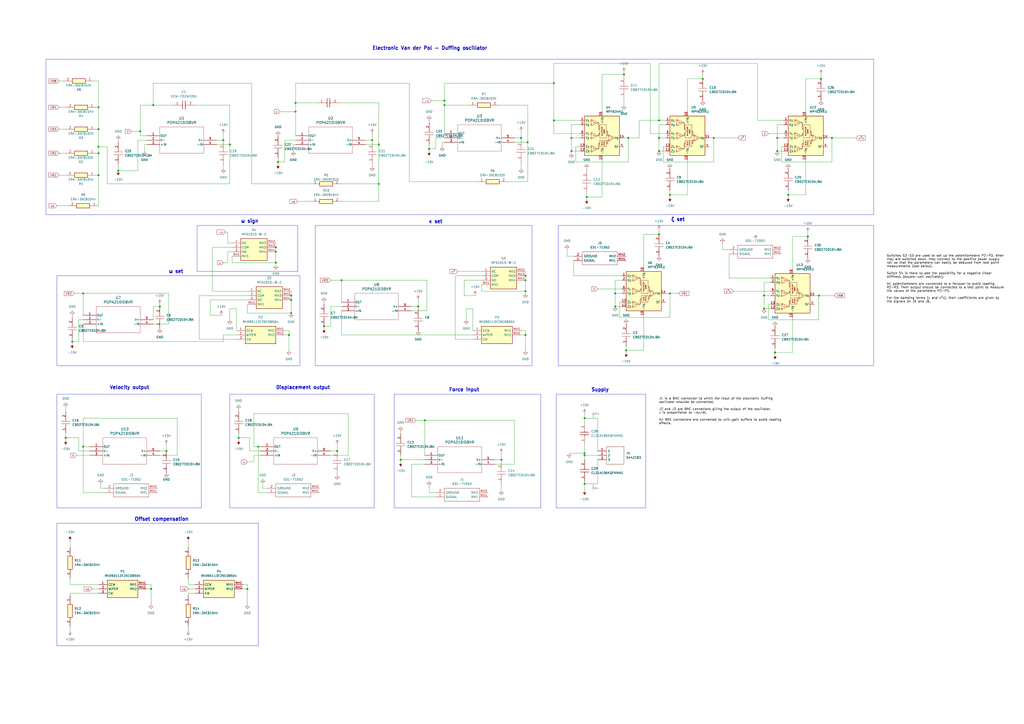
<source format=kicad_sch>
(kicad_sch (version 20231120) (generator "eeschema") (generator_version "8.0")
  (paper "A2")
  (title_block (title "Electronic Duffing Oscillator") (date "March 2024") (rev "v 1.1") (company "University of Liège") (comment 1 "G. Raze") (comment 2 "CC BY 4.0 - https://github.com/GhislainRaze/Electronic-Duffing/"))
  (lib_symbols
    (symbol "031-71052:031-71052" (pin_names (offset 0.762))
      (property "Reference" "J" (at 26.67 7.62 0))
      (property "Value" "031-71052" (at 26.67 5.08 0))
      (symbol "031-71052_0_0"
        (pin passive line (at 0 -2.54 0) (length 5.08) (name "SIGNAL") (number "1"))
        (pin passive line (at 0 0 0) (length 5.08) (name "GROUND") (number "2"))
        (pin passive line (at 30.48 -2.54 180) (length 5.08) (name "MH1") (number "MH1"))
        (pin passive line (at 30.48 0 180) (length 5.08) (name "MH2") (number "MH2"))
      )
    )
    (symbol "2023-12-10_11-56-45:POPA210IDBVR" (pin_names (offset 0.254))
      (property "Reference" "U" (at 20.32 10.16 0))
      (property "Value" "POPA210IDBVR" (at 20.32 7.62 0))
      (symbol "POPA210IDBVR_0_1"
        (pin output line (at 0 0 0) (length 7.62) (name "OUT") (number "1"))
        (pin power_in line (at 0 -2.54 0) (length 7.62) (name "V-") (number "2"))
        (pin input line (at 0 -5.08 0) (length 7.62) (name "+IN") (number "3"))
        (pin input line (at 40.64 -5.08 180) (length 7.62) (name "-IN") (number "4"))
        (pin power_in line (at 40.64 -2.54 180) (length 7.62) (name "V+") (number "5"))
      )
    )
    (symbol "5442183:5442183" (pin_names (offset 0.762))
      (property "Reference" "J" (at 16.51 7.62 0))
      (property "Value" "5442183" (at 16.51 5.08 0))
      (symbol "5442183_0_0"
        (pin passive line (at 0 0 0) (length 5.08) (name "1") (number "1"))
        (pin passive line (at 0 -2.54 0) (length 5.08) (name "2") (number "2"))
        (pin passive line (at 0 -5.08 0) (length 5.08) (name "3") (number "3"))
      )
    )
    (symbol "Analog:MPY634KU"
      (property "Reference" "U" (at -10.16 13.97 0))
      (property "Value" "MPY634KU" (at 1.27 13.97 0))
      (symbol "MPY634KU_0_0"
        (text "+" (at -5.842 -5.207 0) (effects (font (size 0.635 0.635))))
        (text "+" (at -5.842 2.413 0) (effects (font (size 0.635 0.635))))
        (text "+" (at -5.715 10.033 0) (effects (font (size 0.635 0.635))))
        (text "+" (at 4.445 1.016 0) (effects (font (size 0.635 0.635))))
        (text "-" (at -5.842 -7.366 0) (effects (font (size 0.635 0.635))))
        (text "-" (at -5.842 0.254 0) (effects (font (size 0.635 0.635))))
        (text "-" (at -5.715 7.874 0) (effects (font (size 0.635 0.635))))
        (text "-" (at 4.445 -1.016 0) (effects (font (size 0.635 0.635))))
        (text "A" (at 5.588 0 0) (effects (font (size 0.635 0.635))))
        (text "V-I" (at -4.445 -6.35 0) (effects (font (size 0.635 0.635))))
        (text "V-I" (at -4.445 1.27 0) (effects (font (size 0.635 0.635))))
        (text "V-I" (at -4.318 8.89 0) (effects (font (size 0.635 0.635))))
      )
      (symbol "MPY634KU_1_0"
        (text "0.75" (at 0 -3.175 900) (effects (font (size 0.635 0.635))))
        (text "ATTEN" (at 1.27 -3.175 900) (effects (font (size 0.635 0.635))))
        (text "CORE" (at 1.27 3.81 900) (effects (font (size 0.635 0.635))))
        (text "MULTIPLIER" (at 0 3.81 900) (effects (font (size 0.635 0.635))))
      )
      (symbol "MPY634KU_1_1"
        (pin input line (at -12.7 10.16 0) (length 2.54) (name "X_{1}") (number "1"))
        (pin power_in line (at 0 -12.7 90) (length 2.54) (name "-V_{S}") (number "10"))
        (pin no_connect line (at 10.16 -2.54 180) (length 2.54) hide (name "NC") (number "11"))
        (pin input line (at -12.7 -7.62 0) (length 2.54) (name "Z_{2}") (number "12"))
        (pin input line (at -12.7 -5.08 0) (length 2.54) (name "Z_{1}") (number "13"))
        (pin output line (at 12.7 0 180) (length 2.54) (name "V_{O}") (number "14"))
        (pin no_connect line (at 10.16 -7.62 180) (length 2.54) hide (name "NC") (number "15"))
        (pin power_in line (at 0 15.24 270) (length 2.54) (name "+V_{S}") (number "16"))
        (pin input line (at -12.7 7.62 0) (length 2.54) (name "X_{2}") (number "2"))
        (pin no_connect line (at 10.16 10.16 180) (length 2.54) hide (name "NC") (number "3"))
        (pin passive line (at 12.7 -5.08 180) (length 2.54) (name "SF") (number "4"))
        (pin no_connect line (at 10.16 7.62 180) (length 2.54) hide (name "NC") (number "5"))
        (pin input line (at -12.7 2.54 0) (length 2.54) (name "Y_{1}") (number "6"))
        (pin input line (at -12.7 0 0) (length 2.54) (name "Y_{2}") (number "7"))
        (pin no_connect line (at 10.16 5.08 180) (length 2.54) hide (name "NC") (number "8"))
        (pin no_connect line (at 10.16 2.54 180) (length 2.54) hide (name "NC") (number "9"))
      )
    )
    (symbol "CB027C0104JBA:CB027C0104JBA" (pin_names (offset 0.762))
      (property "Reference" "C" (at 8.89 6.35 0))
      (property "Value" "CB027C0104JBA" (at 8.89 3.81 0))
      (symbol "CB027C0104JBA_0_0"
        (pin passive line (at 0 0 0) (length 5.08) (name "~") (number "1"))
        (pin passive line (at 12.7 0 180) (length 5.08) (name "~") (number "2"))
      )
    )
    (symbol "CL21A106KQFNNNG:CL21A106KQFNNNG" (pin_names hide)
      (property "Reference" "C" (at 8.89 6.35 0))
      (property "Value" "CL21A106KQFNNNG" (at 8.89 3.81 0))
      (symbol "CL21A106KQFNNNG_1_1"
        (pin passive line (at 0 0 0) (length 5.08) (name "1") (number "1"))
        (pin passive line (at 12.7 0 180) (length 5.08) (name "2") (number "2"))
      )
    )
    (symbol "ECW-FD2W105J:ECW-FD2W105J" (pin_names hide)
      (property "Reference" "C" (at 8.89 6.35 0))
      (property "Value" "ECW-FD2W105J" (at 8.89 3.81 0))
      (symbol "ECW-FD2W105J_1_1"
        (pin passive line (at 0 0 0) (length 5.08) (name "1") (number "1"))
        (pin passive line (at 12.7 0 180) (length 5.08) (name "2") (number "2"))
      )
    )
    (symbol "ERA-3AEB102V:ERA-3AEB102V" (pin_names hide)
      (property "Reference" "R" (at 13.97 6.35 0))
      (property "Value" "ERA-3AEB102V" (at 13.97 3.81 0))
      (symbol "ERA-3AEB102V_1_1"
        (pin passive line (at 0 0 0) (length 5.08) (name "1") (number "1"))
        (pin passive line (at 17.78 0 180) (length 5.08) (name "2") (number "2"))
      )
    )
    (symbol "ERA-3AEB103V:ERA-3AEB103V" (pin_names hide)
      (property "Reference" "R" (at 13.97 6.35 0))
      (property "Value" "ERA-3AEB103V" (at 13.97 3.81 0))
      (symbol "ERA-3AEB103V_1_1"
        (pin passive line (at 0 0 0) (length 5.08) (name "1") (number "1"))
        (pin passive line (at 17.78 0 180) (length 5.08) (name "2") (number "2"))
      )
    )
    (symbol "ERA-3AEB104V:ERA-3AEB104V" (pin_names hide)
      (property "Reference" "R" (at 13.97 6.35 0))
      (property "Value" "ERA-3AEB104V" (at 13.97 3.81 0))
      (symbol "ERA-3AEB104V_1_1"
        (pin passive line (at 0 0 0) (length 5.08) (name "1") (number "1"))
        (pin passive line (at 17.78 0 180) (length 5.08) (name "2") (number "2"))
      )
    )
    (symbol "MFS101D-8-Z:MFS101D-8-Z"
      (property "Reference" "S" (at 21.59 7.62 0))
      (property "Value" "MFS101D-8-Z" (at 21.59 5.08 0))
      (symbol "MFS101D-8-Z_1_1"
        (pin passive line (at 0 0 0) (length 5.08) (name "NC") (number "1"))
        (pin passive line (at 0 -2.54 0) (length 5.08) (name "COM") (number "2"))
        (pin passive line (at 0 -5.08 0) (length 5.08) (name "NO") (number "3"))
        (pin passive line (at 0 -7.62 0) (length 5.08) (name "MH1") (number "MH1"))
        (pin passive line (at 25.4 0 180) (length 5.08) (name "MH2") (number "MH2"))
        (pin passive line (at 25.4 -2.54 180) (length 5.08) (name "MH3") (number "MH3"))
        (pin passive line (at 25.4 -5.08 180) (length 5.08) (name "MH4") (number "MH4"))
      )
    )
    (symbol "MFS101D-8-Z_1"
      (property "Reference" "S" (at 21.59 7.62 0))
      (property "Value" "MFS101D-8-Z" (at 21.59 5.08 0))
      (symbol "MFS101D-8-Z_1_1_1"
        (pin passive line (at 0 0 0) (length 5.08) (name "NC") (number "1"))
        (pin passive line (at 0 -2.54 0) (length 5.08) (name "COM") (number "2"))
        (pin passive line (at 0 -5.08 0) (length 5.08) (name "NO") (number "3"))
        (pin passive line (at 0 -7.62 0) (length 5.08) (name "MH1") (number "MH1"))
        (pin passive line (at 25.4 0 180) (length 5.08) (name "MH2") (number "MH2"))
        (pin passive line (at 25.4 -2.54 180) (length 5.08) (name "MH3") (number "MH3"))
        (pin passive line (at 25.4 -5.08 180) (length 5.08) (name "MH4") (number "MH4"))
      )
    )
    (symbol "MFS101D-8-Z_2"
      (property "Reference" "S" (at 21.59 7.62 0))
      (property "Value" "MFS101D-8-Z" (at 21.59 5.08 0))
      (symbol "MFS101D-8-Z_2_1_1"
        (pin passive line (at 0 0 0) (length 5.08) (name "NC") (number "1"))
        (pin passive line (at 0 -2.54 0) (length 5.08) (name "COM") (number "2"))
        (pin passive line (at 0 -5.08 0) (length 5.08) (name "NO") (number "3"))
        (pin passive line (at 0 -7.62 0) (length 5.08) (name "MH1") (number "MH1"))
        (pin passive line (at 25.4 0 180) (length 5.08) (name "MH2") (number "MH2"))
        (pin passive line (at 25.4 -2.54 180) (length 5.08) (name "MH3") (number "MH3"))
        (pin passive line (at 25.4 -5.08 180) (length 5.08) (name "MH4") (number "MH4"))
      )
    )
    (symbol "RK09D113F25C0B504:RK09D113F25C0B504"
      (property "Reference" "C" (at 24.13 7.62 0))
      (property "Value" "RK09D113F25C0B504" (at 24.13 5.08 0))
      (symbol "RK09D113F25C0B504_1_1"
        (pin passive line (at 0 0 0) (length 5.08) (name "CCW") (number "1"))
        (pin passive line (at 0 -2.54 0) (length 5.08) (name "WIPER") (number "2"))
        (pin passive line (at 0 -5.08 0) (length 5.08) (name "CW") (number "3"))
        (pin passive line (at 27.94 0 180) (length 5.08) (name "MH1") (number "MH1"))
        (pin passive line (at 27.94 -2.54 180) (length 5.08) (name "MH2") (number "MH2"))
      )
    )
    (symbol "power:+15V" (power) (pin_names (offset 0))
      (property "Value" "+15V" (at 0 3.556 0))
      (symbol "+15V_1_1"
        (pin power_in line (at 0 0 90) (length 0) hide (name "+15V") (number "1"))
      )
    )
    (symbol "power:-15V" (power) (pin_names (offset 0))
      (property "Value" "-15V" (at 0 3.81 0))
      (symbol "-15V_0_0"
        (pin power_in line (at 0 0 90) (length 0) hide (name "-15V") (number "1"))
      )
    )
    (symbol "power:GND" (power) (pin_names (offset 0))
      (property "Value" "GND" (at 0 -3.81 0))
      (symbol "GND_1_1"
        (pin power_in line (at 0 0 270) (length 0) hide (name "GND") (number "1"))
      )
    )
  )
  (junction (at 443.23 171.45))
  (junction (at 57.15 101.6))
  (junction (at 48.26 259.08))
  (junction (at 331.47 80.01))
  (junction (at 133.35 83.82))
  (junction (at 129.54 81.28))
  (junction (at 457.2 113.03))
  (junction (at 246.38 243.84))
  (junction (at 195.58 261.62))
  (junction (at 304.8 160.02))
  (junction (at 57.15 85.09))
  (junction (at 450.85 87.63))
  (junction (at 339.09 264.16))
  (junction (at 57.15 74.93))
  (junction (at 41.91 198.12))
  (junction (at 388.62 113.03))
  (junction (at 38.1 254))
  (junction (at 339.09 242.57))
  (junction (at 87.63 341.63))
  (junction (at 198.12 162.56))
  (junction (at 219.71 83.82))
  (junction (at 363.22 203.2))
  (junction (at 138.43 254))
  (junction (at 382.27 87.63))
  (junction (at 388.62 170.18))
  (junction (at 171.45 64.77))
  (junction (at 407.67 45.72))
  (junction (at 468.63 137.16))
  (junction (at 340.36 114.3))
  (junction (at 187.96 189.23))
  (junction (at 160.02 143.51))
  (junction (at 304.8 194.31))
  (junction (at 57.15 88.9))
  (junction (at 304.8 162.56))
  (junction (at 167.64 194.31))
  (junction (at 290.83 266.7))
  (junction (at 168.91 171.45))
  (junction (at 304.8 168.91))
  (junction (at 232.41 266.7))
  (junction (at 48.26 170.18))
  (junction (at 474.98 171.45))
  (junction (at 414.02 80.01))
  (junction (at 449.58 204.47))
  (junction (at 382.27 69.85))
  (junction (at 81.28 76.2))
  (junction (at 168.91 173.99))
  (junction (at 257.81 58.42))
  (junction (at 160.02 152.4))
  (junction (at 382.27 80.01))
  (junction (at 88.9 60.96))
  (junction (at 476.25 45.72))
  (junction (at 168.91 181.61))
  (junction (at 364.49 80.01))
  (junction (at 339.09 262.89))
  (junction (at 321.31 69.85))
  (junction (at 68.58 99.06))
  (junction (at 248.92 86.36))
  (junction (at 242.57 177.8))
  (junction (at 92.71 177.8))
  (junction (at 161.29 93.98))
  (junction (at 356.87 170.18))
  (junction (at 382.27 135.89))
  (junction (at 306.07 82.55))
  (junction (at 160.02 146.05))
  (junction (at 302.26 80.01))
  (junction (at 57.15 62.23))
  (junction (at 96.52 261.62))
  (junction (at 143.51 341.63))
  (junction (at 215.9 81.28))
  (junction (at 339.09 280.67))
  (junction (at 361.95 43.18))
  (junction (at 443.23 179.07))
  (junction (at 149.86 259.08))
  (junction (at 450.85 80.01))
  (junction (at 257.81 60.96))
  (junction (at 482.6 80.01))
  (junction (at 356.87 177.8))
  (junction (at 219.71 106.68))
  (junction (at 171.45 59.69))
  (junction (at 321.31 48.26))
  (junction (at 331.47 87.63))
  (wire (pts (xy 123.19 143.51) (xy 123.19 168.91)))
  (wire (pts (xy 382.27 87.63) (xy 386.08 87.63)))
  (wire (pts (xy 411.48 80.01) (xy 414.02 80.01)))
  (wire (pts (xy 459.74 204.47) (xy 449.58 204.47)))
  (wire (pts (xy 154.94 283.21) (xy 152.4 283.21)))
  (wire (pts (xy 57.15 46.99) (xy 57.15 62.23)))
  (wire (pts (xy 340.36 97.79) (xy 340.36 99.06)))
  (wire (pts (xy 198.12 194.31) (xy 198.12 180.34)))
  (wire (pts (xy 165.1 81.28) (xy 165.1 93.98)))
  (wire (pts (xy 138.43 251.46) (xy 138.43 254)))
  (wire (pts (xy 149.86 285.75) (xy 149.86 259.08)))
  (wire (pts (xy 92.71 176.53) (xy 92.71 177.8)))
  (wire (pts (xy 130.81 134.62) (xy 132.08 134.62)))
  (wire (pts (xy 146.05 106.68) (xy 180.34 106.68)))
  (wire (pts (xy 398.78 45.72) (xy 407.67 45.72)))
  (wire (pts (xy 201.93 264.16) (xy 201.93 240.03)))
  (wire (pts (xy 453.39 93.98) (xy 482.6 93.98)))
  (wire (pts (xy 68.58 81.28) (xy 68.58 82.55)))
  (wire (pts (xy 356.87 170.18) (xy 360.68 170.18)))
  (wire (pts (xy 257.81 82.55) (xy 256.54 82.55)))
  (wire (pts (xy 88.9 187.96) (xy 97.79 187.96)))
  (wire (pts (xy 43.18 170.18) (xy 48.26 170.18)))
  (wire (pts (xy 125.73 83.82) (xy 133.35 83.82)))
  (wire (pts (xy 467.36 45.72) (xy 476.25 45.72)))
  (wire (pts (xy 414.02 93.98) (xy 414.02 80.01)))
  (wire (pts (xy 144.78 254) (xy 144.78 261.62)))
  (wire (pts (xy 382.27 69.85) (xy 386.08 69.85)))
  (wire (pts (xy 248.92 281.94) (xy 248.92 285.75)))
  (wire (pts (xy 38.1 74.93) (xy 34.29 74.93)))
  (wire (pts (xy 48.26 242.57) (xy 48.26 259.08)))
  (wire (pts (xy 62.23 106.68) (xy 133.35 106.68)))
  (wire (pts (xy 33.02 119.38) (xy 39.37 119.38)))
  (wire (pts (xy 386.08 170.18) (xy 388.62 170.18)))
  (wire (pts (xy 215.9 95.25) (xy 215.9 96.52)))
  (wire (pts (xy 48.26 259.08) (xy 52.07 259.08)))
  (wire (pts (xy 57.15 101.6) (xy 57.15 119.38)))
  (wire (pts (xy 198.12 106.68) (xy 219.71 106.68)))
  (wire (pts (xy 57.15 62.23) (xy 55.88 62.23)))
  (wire (pts (xy 154.94 285.75) (xy 149.86 285.75)))
  (wire (pts (xy 248.92 285.75) (xy 252.73 285.75)))
  (wire (pts (xy 339.09 240.03) (xy 339.09 242.57)))
  (wire (pts (xy 339.09 264.16) (xy 339.09 266.7)))
  (wire (pts (xy 346.71 261.62) (xy 346.71 242.57)))
  (wire (pts (xy 356.87 170.18) (xy 356.87 177.8)))
  (wire (pts (xy 219.71 83.82) (xy 212.09 83.82)))
  (wire (pts (xy 398.78 92.71) (xy 398.78 113.03)))
  (wire (pts (xy 450.85 72.39) (xy 450.85 80.01)))
  (wire (pts (xy 165.1 93.98) (xy 161.29 93.98)))
  (wire (pts (xy 252.73 288.29) (xy 238.76 288.29)))
  (wire (pts (xy 232.41 250.19) (xy 232.41 251.46)))
  (wire (pts (xy 302.26 76.2) (xy 302.26 80.01)))
  (wire (pts (xy 81.28 78.74) (xy 85.09 78.74)))
  (wire (pts (xy 171.45 59.69) (xy 184.15 59.69)))
  (wire (pts (xy 332.74 160.02) (xy 332.74 151.13)))
  (wire (pts (xy 85.09 339.09) (xy 87.63 339.09)))
  (wire (pts (xy 58.42 283.21) (xy 60.96 283.21)))
  (wire (pts (xy 80.01 81.28) (xy 80.01 99.06)))
  (wire (pts (xy 480.06 80.01) (xy 482.6 80.01)))
  (wire (pts (xy 252.73 80.01) (xy 257.81 80.01)))
  (wire (pts (xy 264.16 160.02) (xy 264.16 196.85)))
  (wire (pts (xy 143.51 339.09) (xy 143.51 341.63)))
  (wire (pts (xy 270.51 179.07) (xy 274.32 179.07)))
  (wire (pts (xy 275.59 171.45) (xy 269.24 171.45)))
  (wire (pts (xy 198.12 194.31) (xy 274.32 194.31)))
  (wire (pts (xy 165.1 191.77) (xy 167.64 191.77)))
  (wire (pts (xy 83.82 83.82) (xy 83.82 87.63)))
  (wire (pts (xy 468.63 134.62) (xy 468.63 137.16)))
  (wire (pts (xy 304.8 194.31) (xy 304.8 203.2)))
  (wire (pts (xy 339.09 280.67) (xy 339.09 284.48)))
  (wire (pts (xy 171.45 59.69) (xy 171.45 64.77)))
  (wire (pts (xy 48.26 170.18) (xy 48.26 182.88)))
  (wire (pts (xy 454.66 72.39) (xy 450.85 72.39)))
  (wire (pts (xy 133.35 179.07) (xy 137.16 179.07)))
  (wire (pts (xy 363.22 203.2) (xy 363.22 204.47)))
  (wire (pts (xy 447.04 176.53) (xy 445.77 176.53)))
  (wire (pts (xy 419.1 140.97) (xy 419.1 144.78)))
  (wire (pts (xy 257.81 48.26) (xy 321.31 48.26)))
  (wire (pts (xy 57.15 344.17) (xy 40.64 344.17)))
  (wire (pts (xy 132.08 152.4) (xy 132.08 146.05)))
  (wire (pts (xy 298.45 269.24) (xy 298.45 243.84)))
  (wire (pts (xy 96.52 257.81) (xy 96.52 261.62)))
  (wire (pts (xy 87.63 341.63) (xy 87.63 350.52)))
  (wire (pts (xy 336.55 72.39) (xy 331.47 72.39)))
  (wire (pts (xy 40.64 335.28) (xy 40.64 339.09)))
  (wire (pts (xy 129.54 95.25) (xy 129.54 97.79)))
  (wire (pts (xy 162.56 64.77) (xy 171.45 64.77)))
  (wire (pts (xy 443.23 179.07) (xy 447.04 179.07)))
  (wire (pts (xy 62.23 85.09) (xy 62.23 106.68)))
  (wire (pts (xy 373.38 203.2) (xy 363.22 203.2)))
  (wire (pts (xy 57.15 62.23) (xy 57.15 74.93)))
  (wire (pts (xy 467.36 113.03) (xy 457.2 113.03)))
  (wire (pts (xy 339.09 279.4) (xy 339.09 280.67)))
  (wire (pts (xy 257.81 48.26) (xy 257.81 58.42)))
  (wire (pts (xy 165.1 194.31) (xy 167.64 194.31)))
  (wire (pts (xy 160.02 146.05) (xy 160.02 143.51)))
  (wire (pts (xy 85.09 83.82) (xy 83.82 83.82)))
  (wire (pts (xy 302.26 81.28) (xy 302.26 80.01)))
  (wire (pts (xy 151.13 261.62) (xy 144.78 261.62)))
  (wire (pts (xy 161.29 93.98) (xy 161.29 95.25)))
  (wire (pts (xy 57.15 85.09) (xy 62.23 85.09)))
  (wire (pts (xy 360.68 162.56) (xy 356.87 162.56)))
  (wire (pts (xy 306.07 82.55) (xy 306.07 60.96)))
  (wire (pts (xy 167.64 194.31) (xy 167.64 203.2)))
  (wire (pts (xy 242.57 173.99) (xy 242.57 177.8)))
  (wire (pts (xy 45.72 198.12) (xy 41.91 198.12)))
  (wire (pts (xy 92.71 264.16) (xy 102.87 264.16)))
  (wire (pts (xy 109.22 339.09) (xy 113.03 339.09)))
  (wire (pts (xy 453.39 85.09) (xy 453.39 93.98)))
  (wire (pts (xy 88.9 60.96) (xy 100.33 60.96)))
  (wire (pts (xy 133.35 60.96) (xy 133.35 83.82)))
  (wire (pts (xy 302.26 97.79) (xy 302.26 93.98)))
  (wire (pts (xy 339.09 257.81) (xy 339.09 262.89)))
  (wire (pts (xy 331.47 72.39) (xy 331.47 80.01)))
  (wire (pts (xy 269.24 171.45) (xy 269.24 162.56)))
  (wire (pts (xy 41.91 198.12) (xy 41.91 199.39)))
  (wire (pts (xy 370.84 80.01) (xy 364.49 80.01)))
  (wire (pts (xy 287.02 269.24) (xy 298.45 269.24)))
  (wire (pts (xy 187.96 189.23) (xy 187.96 190.5)))
  (wire (pts (xy 58.42 280.67) (xy 58.42 283.21)))
  (wire (pts (xy 388.62 184.15) (xy 388.62 170.18)))
  (wire (pts (xy 419.1 144.78) (xy 422.91 144.78)))
  (wire (pts (xy 445.77 176.53) (xy 445.77 185.42)))
  (wire (pts (xy 241.3 243.84) (xy 246.38 243.84)))
  (wire (pts (xy 377.19 36.83) (xy 377.19 77.47)))
  (wire (pts (xy 331.47 87.63) (xy 336.55 87.63)))
  (wire (pts (xy 340.36 114.3) (xy 340.36 115.57)))
  (wire (pts (xy 474.98 185.42) (xy 474.98 171.45)))
  (wire (pts (xy 137.16 179.07) (xy 137.16 191.77)))
  (wire (pts (xy 54.61 46.99) (xy 57.15 46.99)))
  (wire (pts (xy 321.31 48.26) (xy 321.31 69.85)))
  (wire (pts (xy 115.57 171.45) (xy 115.57 196.85)))
  (wire (pts (xy 264.16 160.02) (xy 279.4 160.02)))
  (wire (pts (xy 279.4 165.1) (xy 279.4 168.91)))
  (wire (pts (xy 279.4 168.91) (xy 304.8 168.91)))
  (wire (pts (xy 187.96 175.26) (xy 187.96 176.53)))
  (wire (pts (xy 132.08 140.97) (xy 134.62 140.97)))
  (wire (pts (xy 149.86 259.08) (xy 151.13 259.08)))
  (wire (pts (xy 55.88 88.9) (xy 57.15 88.9)))
  (wire (pts (xy 143.51 176.53) (xy 143.51 181.61)))
  (wire (pts (xy 457.2 113.03) (xy 457.2 114.3)))
  (wire (pts (xy 219.71 116.84) (xy 219.71 106.68)))
  (wire (pts (xy 38.1 251.46) (xy 38.1 254)))
  (wire (pts (xy 171.45 48.26) (xy 171.45 59.69)))
  (wire (pts (xy 152.4 283.21) (xy 152.4 280.67)))
  (wire (pts (xy 363.22 200.66) (xy 363.22 203.2)))
  (wire (pts (xy 198.12 162.56) (xy 198.12 175.26)))
  (wire (pts (xy 170.18 83.82) (xy 171.45 83.82)))
  (wire (pts (xy 81.28 60.96) (xy 88.9 60.96)))
  (wire (pts (xy 57.15 88.9) (xy 57.15 85.09)))
  (wire (pts (xy 171.45 64.77) (xy 171.45 78.74)))
  (wire (pts (xy 147.32 240.03) (xy 147.32 259.08)))
  (wire (pts (xy 439.42 69.85) (xy 439.42 36.83)))
  (wire (pts (xy 382.27 80.01) (xy 382.27 87.63)))
  (wire (pts (xy 247.65 162.56) (xy 198.12 162.56)))
  (wire (pts (xy 38.1 254) (xy 38.1 255.27)))
  (wire (pts (xy 339.09 262.89) (xy 339.09 264.16)))
  (wire (pts (xy 294.64 105.41) (xy 306.07 105.41)))
  (wire (pts (xy 212.09 81.28) (xy 215.9 81.28)))
  (wire (pts (xy 398.78 113.03) (xy 388.62 113.03)))
  (wire (pts (xy 238.76 269.24) (xy 246.38 269.24)))
  (wire (pts (xy 232.41 264.16) (xy 232.41 266.7)))
  (wire (pts (xy 382.27 72.39) (xy 382.27 80.01)))
  (wire (pts (xy 384.81 93.98) (xy 414.02 93.98)))
  (wire (pts (xy 373.38 135.89) (xy 382.27 135.89)))
  (wire (pts (xy 198.12 116.84) (xy 219.71 116.84)))
  (wire (pts (xy 439.42 69.85) (xy 454.66 69.85)))
  (wire (pts (xy 133.35 83.82) (xy 133.35 106.68)))
  (wire (pts (xy 161.29 91.44) (xy 161.29 93.98)))
  (wire (pts (xy 147.32 264.16) (xy 151.13 264.16)))
  (wire (pts (xy 330.2 262.89) (xy 339.09 262.89)))
  (wire (pts (xy 138.43 237.49) (xy 138.43 238.76)))
  (wire (pts (xy 113.03 60.96) (xy 133.35 60.96)))
  (wire (pts (xy 242.57 179.07) (xy 242.57 177.8)))
  (wire (pts (xy 129.54 152.4) (xy 132.08 152.4)))
  (wire (pts (xy 191.77 264.16) (xy 201.93 264.16)))
  (wire (pts (xy 349.25 92.71) (xy 349.25 114.3)))
  (wire (pts (xy 414.02 80.01) (xy 427.99 80.01)))
  (wire (pts (xy 360.68 160.02) (xy 332.74 160.02)))
  (wire (pts (xy 346.71 264.16) (xy 339.09 264.16)))
  (wire (pts (xy 215.9 82.55) (xy 215.9 81.28)))
  (wire (pts (xy 146.05 48.26) (xy 146.05 106.68)))
  (wire (pts (xy 482.6 93.98) (xy 482.6 80.01)))
  (wire (pts (xy 269.24 162.56) (xy 279.4 162.56)))
  (wire (pts (xy 370.84 69.85) (xy 370.84 80.01)))
  (wire (pts (xy 321.31 36.83) (xy 321.31 48.26)))
  (wire (pts (xy 45.72 185.42) (xy 45.72 198.12)))
  (wire (pts (xy 121.92 182.88) (xy 121.92 173.99)))
  (wire (pts (xy 140.97 339.09) (xy 143.51 339.09)))
  (wire (pts (xy 191.77 261.62) (xy 195.58 261.62)))
  (wire (pts (xy 123.19 143.51) (xy 134.62 143.51)))
  (wire (pts (xy 121.92 173.99) (xy 143.51 173.99)))
  (wire (pts (xy 81.28 60.96) (xy 81.28 76.2)))
  (wire (pts (xy 147.32 267.97) (xy 147.32 264.16)))
  (wire (pts (xy 321.31 69.85) (xy 321.31 77.47)))
  (wire (pts (xy 359.41 175.26) (xy 360.68 175.26)))
  (wire (pts (xy 191.77 189.23) (xy 187.96 189.23)))
  (wire (pts (xy 264.16 196.85) (xy 274.32 196.85)))
  (wire (pts (xy 246.38 243.84) (xy 246.38 264.16)))
  (wire (pts (xy 356.87 177.8) (xy 360.68 177.8)))
  (wire (pts (xy 328.93 148.59) (xy 332.74 148.59)))
  (wire (pts (xy 76.2 76.2) (xy 81.28 76.2)))
  (wire (pts (xy 232.41 266.7) (xy 246.38 266.7)))
  (wire (pts (xy 359.41 175.26) (xy 359.41 184.15)))
  (wire (pts (xy 474.98 171.45) (xy 483.87 171.45)))
  (wire (pts (xy 340.36 111.76) (xy 340.36 114.3)))
  (wire (pts (xy 143.51 341.63) (xy 143.51 350.52)))
  (wire (pts (xy 356.87 162.56) (xy 356.87 170.18)))
  (wire (pts (xy 168.91 171.45) (xy 168.91 168.91)))
  (wire (pts (xy 298.45 243.84) (xy 246.38 243.84)))
  (wire (pts (xy 38.1 88.9) (xy 34.29 88.9)))
  (wire (pts (xy 196.85 59.69) (xy 219.71 59.69)))
  (wire (pts (xy 198.12 177.8) (xy 191.77 177.8)))
  (wire (pts (xy 68.58 95.25) (xy 68.58 99.06)))
  (wire (pts (xy 143.51 267.97) (xy 147.32 267.97)))
  (wire (pts (xy 388.62 110.49) (xy 388.62 113.03)))
  (wire (pts (xy 457.2 110.49) (xy 457.2 113.03)))
  (wire (pts (xy 129.54 77.47) (xy 129.54 81.28)))
  (wire (pts (xy 290.83 280.67) (xy 290.83 284.48)))
  (wire (pts (xy 449.58 204.47) (xy 449.58 205.74)))
  (wire (pts (xy 336.55 80.01) (xy 331.47 80.01)))
  (wire (pts (xy 422.91 161.29) (xy 447.04 161.29)))
  (wire (pts (xy 443.23 171.45) (xy 443.23 179.07)))
  (wire (pts (xy 48.26 198.12) (xy 48.26 187.96)))
  (wire (pts (xy 443.23 163.83) (xy 443.23 171.45)))
  (wire (pts (xy 170.18 83.82) (xy 170.18 87.63)))
  (wire (pts (xy 88.9 60.96) (xy 88.9 48.26)))
  (wire (pts (xy 109.22 335.28) (xy 109.22 339.09)))
  (wire (pts (xy 274.32 179.07) (xy 274.32 191.77)))
  (wire (pts (xy 60.96 285.75) (xy 48.26 285.75)))
  (wire (pts (xy 349.25 114.3) (xy 340.36 114.3)))
  (wire (pts (xy 349.25 43.18) (xy 349.25 64.77)))
  (wire (pts (xy 143.51 181.61) (xy 168.91 181.61)))
  (wire (pts (xy 459.74 137.16) (xy 459.74 156.21)))
  (wire (pts (xy 38.1 254) (xy 45.72 254)))
  (wire (pts (xy 450.85 87.63) (xy 454.66 87.63)))
  (wire (pts (xy 364.49 80.01) (xy 361.95 80.01)))
  (wire (pts (xy 370.84 69.85) (xy 382.27 69.85)))
  (wire (pts (xy 168.91 173.99) (xy 168.91 171.45)))
  (wire (pts (xy 289.56 60.96) (xy 306.07 60.96)))
  (wire (pts (xy 92.71 261.62) (xy 96.52 261.62)))
  (wire (pts (xy 40.64 339.09) (xy 57.15 339.09)))
  (wire (pts (xy 425.45 168.91) (xy 447.04 168.91)))
  (wire (pts (xy 40.64 363.22) (xy 40.64 365.76)))
  (wire (pts (xy 252.73 80.01) (xy 252.73 86.36)))
  (wire (pts (xy 57.15 74.93) (xy 55.88 74.93)))
  (wire (pts (xy 449.58 201.93) (xy 449.58 204.47)))
  (wire (pts (xy 386.08 85.09) (xy 384.81 85.09)))
  (wire (pts (xy 304.8 191.77) (xy 304.8 194.31)))
  (wire (pts (xy 476.25 43.18) (xy 476.25 45.72)))
  (wire (pts (xy 140.97 341.63) (xy 143.51 341.63)))
  (wire (pts (xy 97.79 170.18) (xy 48.26 170.18)))
  (wire (pts (xy 81.28 76.2) (xy 81.28 78.74)))
  (wire (pts (xy 109.22 313.69) (xy 109.22 317.5)))
  (wire (pts (xy 132.08 134.62) (xy 132.08 140.97)))
  (wire (pts (xy 132.08 146.05) (xy 134.62 146.05)))
  (wire (pts (xy 287.02 266.7) (xy 290.83 266.7)))
  (wire (pts (xy 298.45 80.01) (xy 302.26 80.01)))
  (wire (pts (xy 482.6 80.01) (xy 496.57 80.01)))
  (wire (pts (xy 48.26 242.57) (xy 102.87 242.57)))
  (wire (pts (xy 321.31 36.83) (xy 377.19 36.83)))
  (wire (pts (xy 459.74 184.15) (xy 459.74 204.47)))
  (wire (pts (xy 445.77 185.42) (xy 474.98 185.42)))
  (wire (pts (xy 334.01 93.98) (xy 364.49 93.98)))
  (wire (pts (xy 133.35 179.07) (xy 133.35 185.42)))
  (wire (pts (xy 321.31 69.85) (xy 336.55 69.85)))
  (wire (pts (xy 398.78 45.72) (xy 398.78 64.77)))
  (wire (pts (xy 88.9 185.42) (xy 88.9 177.8)))
  (wire (pts (xy 373.38 182.88) (xy 373.38 203.2)))
  (wire (pts (xy 382.27 80.01) (xy 386.08 80.01)))
  (wire (pts (xy 115.57 196.85) (xy 137.16 196.85)))
  (wire (pts (xy 87.63 339.09) (xy 87.63 341.63)))
  (wire (pts (xy 443.23 171.45) (xy 447.04 171.45)))
  (wire (pts (xy 172.72 116.84) (xy 180.34 116.84)))
  (wire (pts (xy 80.01 99.06) (xy 68.58 99.06)))
  (wire (pts (xy 195.58 274.32) (xy 195.58 275.59)))
  (wire (pts (xy 80.01 81.28) (xy 85.09 81.28)))
  (wire (pts (xy 38.1 101.6) (xy 34.29 101.6)))
  (wire (pts (xy 336.55 85.09) (xy 334.01 85.09)))
  (wire (pts (xy 41.91 184.15) (xy 41.91 182.88)))
  (wire (pts (xy 45.72 261.62) (xy 52.07 261.62)))
  (wire (pts (xy 168.91 181.61) (xy 168.91 173.99)))
  (wire (pts (xy 306.07 105.41) (xy 306.07 82.55)))
  (wire (pts (xy 459.74 137.16) (xy 468.63 137.16)))
  (wire (pts (xy 302.26 191.77) (xy 304.8 191.77)))
  (wire (pts (xy 248.92 86.36) (xy 248.92 87.63)))
  (wire (pts (xy 160.02 143.51) (xy 160.02 140.97)))
  (wire (pts (xy 250.19 58.42) (xy 257.81 58.42)))
  (wire (pts (xy 407.67 43.18) (xy 407.67 45.72)))
  (wire (pts (xy 237.49 48.26) (xy 171.45 48.26)))
  (wire (pts (xy 45.72 254) (xy 45.72 261.62)))
  (wire (pts (xy 195.58 257.81) (xy 195.58 261.62)))
  (wire (pts (xy 238.76 269.24) (xy 238.76 288.29)))
  (wire (pts (xy 38.1 236.22) (xy 38.1 238.76)))
  (wire (pts (xy 88.9 48.26) (xy 146.05 48.26)))
  (wire (pts (xy 382.27 36.83) (xy 382.27 69.85)))
  (wire (pts (xy 40.64 344.17) (xy 40.64 345.44)))
  (wire (pts (xy 290.83 262.89) (xy 290.83 266.7)))
  (wire (pts (xy 302.26 194.31) (xy 304.8 194.31)))
  (wire (pts (xy 34.29 62.23) (xy 38.1 62.23)))
  (wire (pts (xy 191.77 177.8) (xy 191.77 189.23)))
  (wire (pts (xy 364.49 93.98) (xy 364.49 80.01)))
  (wire (pts (xy 336.55 77.47) (xy 321.31 77.47)))
  (wire (pts (xy 467.36 92.71) (xy 467.36 113.03)))
  (wire (pts (xy 129.54 82.55) (xy 129.54 81.28)))
  (wire (pts (xy 109.22 341.63) (xy 113.03 341.63)))
  (wire (pts (xy 304.8 168.91) (xy 304.8 162.56)))
  (wire (pts (xy 257.81 58.42) (xy 257.81 60.96)))
  (wire (pts (xy 328.93 144.78) (xy 328.93 148.59)))
  (wire (pts (xy 256.54 82.55) (xy 256.54 85.09)))
  (wire (pts (xy 422.91 147.32) (xy 422.91 161.29)))
  (wire (pts (xy 219.71 106.68) (xy 219.71 83.82)))
  (wire (pts (xy 149.86 259.08) (xy 147.32 259.08)))
  (wire (pts (xy 346.71 266.7) (xy 346.71 280.67)))
  (wire (pts (xy 384.81 85.09) (xy 384.81 93.98)))
  (wire (pts (xy 134.62 148.59) (xy 134.62 152.4)))
  (wire (pts (xy 232.41 266.7) (xy 232.41 267.97)))
  (wire (pts (xy 388.62 170.18) (xy 393.7 170.18)))
  (wire (pts (xy 48.26 198.12) (xy 129.54 198.12)))
  (wire (pts (xy 361.95 57.15) (xy 361.95 60.96)))
  (wire (pts (xy 361.95 43.18) (xy 361.95 44.45)))
  (wire (pts (xy 334.01 85.09) (xy 334.01 93.98)))
  (wire (pts (xy 373.38 135.89) (xy 373.38 154.94)))
  (wire (pts (xy 48.26 185.42) (xy 45.72 185.42)))
  (wire (pts (xy 129.54 194.31) (xy 137.16 194.31)))
  (wire (pts (xy 55.88 101.6) (xy 57.15 101.6)))
  (wire (pts (xy 85.09 341.63) (xy 87.63 341.63)))
  (wire (pts (xy 388.62 113.03) (xy 388.62 114.3)))
  (wire (pts (xy 57.15 101.6) (xy 57.15 88.9)))
  (wire (pts (xy 270.51 179.07) (xy 270.51 185.42)))
  (wire (pts (xy 304.8 162.56) (xy 304.8 160.02)))
  (wire (pts (xy 439.42 36.83) (xy 382.27 36.83)))
  (wire (pts (xy 40.64 313.69) (xy 40.64 317.5)))
  (wire (pts (xy 454.66 85.09) (xy 453.39 85.09)))
  (wire (pts (xy 129.54 198.12) (xy 129.54 194.31)))
  (wire (pts (xy 331.47 80.01) (xy 331.47 87.63)))
  (wire (pts (xy 247.65 180.34) (xy 247.65 162.56)))
  (wire (pts (xy 304.8 170.18) (xy 304.8 168.91)))
  (wire (pts (xy 123.19 168.91) (xy 143.51 168.91)))
  (wire (pts (xy 109.22 344.17) (xy 109.22 345.44)))
  (wire (pts (xy 171.45 81.28) (xy 165.1 81.28)))
  (wire (pts (xy 238.76 180.34) (xy 247.65 180.34)))
  (wire (pts (xy 304.8 160.02) (xy 304.8 157.48)))
  (wire (pts (xy 359.41 184.15) (xy 388.62 184.15)))
  (wire (pts (xy 467.36 45.72) (xy 467.36 64.77)))
  (wire (pts (xy 276.86 105.41) (xy 237.49 105.41)))
  (wire (pts (xy 257.81 60.96) (xy 257.81 77.47)))
  (wire (pts (xy 450.85 80.01) (xy 450.85 87.63)))
  (wire (pts (xy 237.49 105.41) (xy 237.49 48.26)))
  (wire (pts (xy 248.92 83.82) (xy 248.92 86.36)))
  (wire (pts (xy 44.45 264.16) (xy 52.07 264.16)))
  (wire (pts (xy 271.78 60.96) (xy 257.81 60.96)))
  (wire (pts (xy 450.85 80.01) (xy 454.66 80.01)))
  (wire (pts (xy 191.77 162.56) (xy 198.12 162.56)))
  (wire (pts (xy 445.77 77.47) (xy 454.66 77.47)))
  (wire (pts (xy 377.19 77.47) (xy 386.08 77.47)))
  (wire (pts (xy 252.73 86.36) (xy 248.92 86.36)))
  (wire (pts (xy 109.22 344.17) (xy 113.03 344.17)))
  (wire (pts (xy 88.9 177.8) (xy 92.71 177.8)))
  (wire (pts (xy 134.62 152.4) (xy 160.02 152.4)))
  (wire (pts (xy 339.09 242.57) (xy 339.09 245.11)))
  (wire (pts (xy 298.45 82.55) (xy 306.07 82.55)))
  (wire (pts (xy 361.95 41.91) (xy 361.95 43.18)))
  (wire (pts (xy 102.87 264.16) (xy 102.87 242.57)))
  (wire (pts (xy 57.15 74.93) (xy 57.15 85.09)))
  (wire (pts (xy 290.83 266.7) (xy 290.83 267.97)))
  (wire (pts (xy 34.29 46.99) (xy 36.83 46.99)))
  (wire (pts (xy 201.93 240.03) (xy 147.32 240.03)))
  (wire (pts (xy 48.26 259.08) (xy 48.26 285.75)))
  (wire (pts (xy 472.44 171.45) (xy 474.98 171.45)))
  (wire (pts (xy 97.79 187.96) (xy 97.79 170.18)))
  (wire (pts (xy 125.73 81.28) (xy 129.54 81.28)))
  (wire (pts (xy 331.47 87.63) (xy 331.47 88.9)))
  (wire (pts (xy 346.71 280.67) (xy 339.09 280.67)))
  (wire (pts (xy 53.34 341.63) (xy 57.15 341.63)))
  (wire (pts (xy 41.91 196.85) (xy 41.91 198.12)))
  (wire (pts (xy 447.04 163.83) (xy 443.23 163.83)))
  (wire (pts (xy 160.02 153.67) (xy 160.02 152.4)))
  (wire (pts (xy 109.22 363.22) (xy 109.22 365.76)))
  (wire (pts (xy 160.02 152.4) (xy 160.02 146.05)))
  (wire (pts (xy 115.57 171.45) (xy 143.51 171.45)))
  (wire (pts (xy 219.71 59.69) (xy 219.71 83.82)))
  (wire (pts (xy 386.08 72.39) (xy 382.27 72.39)))
  (wire (pts (xy 346.71 242.57) (xy 339.09 242.57)))
  (wire (pts (xy 144.78 254) (xy 138.43 254)))
  (wire (pts (xy 128.27 182.88) (xy 121.92 182.88)))
  (wire (pts (xy 265.43 157.48) (xy 279.4 157.48)))
  (wire (pts (xy 382.27 133.35) (xy 382.27 135.89)))
  (wire (pts (xy 248.92 69.85) (xy 248.92 71.12)))
  (wire (pts (xy 215.9 77.47) (xy 215.9 81.28)))
  (wire (pts (xy 346.71 167.64) (xy 360.68 167.64)))
  (wire (pts (xy 349.25 43.18) (xy 361.95 43.18)))
  (wire (pts (xy 138.43 254) (xy 138.43 255.27)))
  (wire (pts (xy 167.64 191.77) (xy 167.64 194.31)))
  (wire (pts (xy 238.76 177.8) (xy 242.57 177.8)))
  (rectangle (start 33.02 228.6) (end 116.84 294.64))
  (rectangle (start 114.3 130.81) (end 172.72 157.48))
  (rectangle (start 323.85 130.81) (end 506.73 212.09))
  (rectangle (start 26.67 34.29) (end 506.73 124.46))
  (rectangle (start 33.02 160.02) (end 173.99 212.09))
  (rectangle (start 182.88 130.81) (end 308.61 212.09))
  (rectangle (start 133.35 228.6) (end 217.17 294.64))
  (rectangle (start 33.02 303.53) (end 149.86 374.65))
  (rectangle (start 228.6 228.6) (end 313.69 294.64))
  (rectangle (start 322.58 228.6) (end 374.65 294.64))
  (text "ω set" (at 97.79 158.75 0) (effects (font (size 2 2) (thickness 0.4) (bold yes)) (justify left bottom)))
  (text "Offset compensation" (at 93.726 301.244 0) (effects (font (size 2 2) (thickness 0.4) (bold yes))))
  (text "κ set" (at 248.666 129.794 0) (effects (font (size 2 2) (thickness 0.4) (bold yes)) (justify left bottom)))
  (text "ω sign" (at 139.7 129.54 0) (effects (font (size 2 2) (thickness 0.4) (bold yes)) (justify left bottom)))
  (text "Force input" (at 260.35 227.33 0) (effects (font (size 2 2) (thickness 0.4) (bold yes)) (justify left bottom)))
  (text "J1 is a BNC connector to which the input of the electronic Duffing\noscillator shoulde be connected.\n\nJ2 and J3 are BNC connectors giving the output of the oscillator.\nv is proportional to -dx/dt.\n\nAll BNC connectors are connected to unit-gain buffers to avoid loading\neffects." (at 382.27 246.38 0) (effects (font (size 1.27 1.27)) (justify left bottom)))
  (text "Switches S2-S3 are used to set up the potentiometers P2-P3. When\nthey are switched down, they connect to the positive power supply\nrail so that the parameters can easily be deduced from test point \nmeasurements (see below).\n\nSwitch S4 is there to add the possibility for a negative linear\nstiffness (double-well oscillator).\n\nAll potentiometers are connected to a follower to avoid loading\nR2-R3. Their output should be connected to a test point to measure\nthe values of the parameters P2-P3.\n\nFor the damping terms (v and x²v), their coefficients are given by\nthe signals on J5 and J6." (at 514.35 175.768 0) (effects (font (size 1.27 1.27)) (justify left bottom)))
  (text "ζ set" (at 389.128 128.524 0) (effects (font (size 2 2) (thickness 0.4) (bold yes)) (justify left bottom)))
  (text "Supply" (at 342.9 227.33 0) (effects (font (size 2 2) (thickness 0.4) (bold yes)) (justify left bottom)))
  (text "Displacement output" (at 160.02 226.06 0) (effects (font (size 2 2) (thickness 0.4) (bold yes)) (justify left bottom)))
  (text "Velocity output" (at 63.5 226.06 0) (effects (font (size 2 2) (thickness 0.4) (bold yes)) (justify left bottom)))
  (text "Electronic Van der Pol - Duffing oscillator" (at 215.9 29.21 0) (effects (font (size 2 2) (thickness 0.4) (bold yes)) (justify left bottom)))
  (global_label "VR3" (shape input) (at 191.77 162.56 180) (property "Intersheetrefs" "${INTERSHEET_REFS}" (effects (hide yes))))
  (global_label "x²v" (shape input) (at 496.57 80.01 0) (property "Intersheetrefs" "${INTERSHEET_REFS}" (effects (hide yes))))
  (global_label "vo" (shape input) (at 109.22 341.63 180) (property "Intersheetrefs" "${INTERSHEET_REFS}" (effects (hide yes))))
  (global_label "x" (shape input) (at 143.51 267.97 180) (property "Intersheetrefs" "${INTERSHEET_REFS}" (effects (hide yes))))
  (global_label "VR3" (shape input) (at 34.29 74.93 180) (property "Intersheetrefs" "${INTERSHEET_REFS}" (effects (hide yes))))
  (global_label "V" (shape input) (at 445.77 77.47 180) (property "Intersheetrefs" "${INTERSHEET_REFS}" (effects (hide yes))))
  (global_label "V" (shape input) (at 44.45 264.16 180) (property "Intersheetrefs" "${INTERSHEET_REFS}" (effects (hide yes))))
  (global_label "VR4" (shape input) (at 34.29 62.23 180) (property "Intersheetrefs" "${INTERSHEET_REFS}" (effects (hide yes))))
  (global_label "VR8" (shape input) (at 34.29 46.99 180) (property "Intersheetrefs" "${INTERSHEET_REFS}" (effects (hide yes))))
  (global_label "x" (shape input) (at 162.56 64.77 180) (property "Intersheetrefs" "${INTERSHEET_REFS}" (effects (hide yes))))
  (global_label "V" (shape input) (at 346.71 167.64 180) (property "Intersheetrefs" "${INTERSHEET_REFS}" (effects (hide yes))))
  (global_label "xo" (shape input) (at 53.34 341.63 180) (property "Intersheetrefs" "${INTERSHEET_REFS}" (effects (hide yes))))
  (global_label "xo" (shape input) (at 33.02 119.38 180) (property "Intersheetrefs" "${INTERSHEET_REFS}" (effects (hide yes))))
  (global_label "x" (shape input) (at 129.54 152.4 180) (property "Intersheetrefs" "${INTERSHEET_REFS}" (effects (hide yes))))
  (global_label "-x" (shape input) (at 130.81 134.62 180) (property "Intersheetrefs" "${INTERSHEET_REFS}" (effects (hide yes))))
  (global_label "VR1" (shape input) (at 393.7 170.18 0) (property "Intersheetrefs" "${INTERSHEET_REFS}" (effects (hide yes))))
  (global_label "VR4" (shape input) (at 241.3 243.84 180) (property "Intersheetrefs" "${INTERSHEET_REFS}" (effects (hide yes))))
  (global_label "-x" (shape input) (at 250.19 58.42 180) (property "Intersheetrefs" "${INTERSHEET_REFS}" (effects (hide yes))))
  (global_label "VR2" (shape input) (at 34.29 88.9 180) (property "Intersheetrefs" "${INTERSHEET_REFS}" (effects (hide yes))))
  (global_label "VR2" (shape input) (at 43.18 170.18 180) (property "Intersheetrefs" "${INTERSHEET_REFS}" (effects (hide yes))))
  (global_label "vo" (shape input) (at 172.72 116.84 180) (property "Intersheetrefs" "${INTERSHEET_REFS}" (effects (hide yes))))
  (global_label "x³" (shape input) (at 427.99 80.01 0) (property "Intersheetrefs" "${INTERSHEET_REFS}" (effects (hide yes))))
  (global_label "x³" (shape input) (at 265.43 157.48 180) (property "Intersheetrefs" "${INTERSHEET_REFS}" (effects (hide yes))))
  (global_label "VR8" (shape input) (at 483.87 171.45 0) (property "Intersheetrefs" "${INTERSHEET_REFS}" (effects (hide yes))))
  (global_label "x²v" (shape input) (at 425.45 168.91 180) (property "Intersheetrefs" "${INTERSHEET_REFS}" (effects (hide yes))))
  (global_label "VR1" (shape input) (at 34.29 101.6 180) (property "Intersheetrefs" "${INTERSHEET_REFS}" (effects (hide yes))))
  (global_label "V" (shape input) (at 76.2 76.2 180) (property "Intersheetrefs" "${INTERSHEET_REFS}" (effects (hide yes))))
  (netclass_flag "" (length 2.54) (shape round) (at 344.17 242.57 0) (property "Netclass" "V+" (at 344.8685 240.03 0) (effects (font (italic yes)) (justify left))))
  (netclass_flag "" (length 2.54) (shape round) (at 344.17 280.67 180) (property "Netclass" "V-" (at 344.8685 283.21 0) (effects (font (italic yes)) (justify left))))
  (symbol (lib_id "power:+15V") (at 128.27 182.88 0) (unit 1)
    (property "Reference" "#PWR060" (effects (hide yes)))
    (property "Value" "+15V" (at 128.27 177.8 0))
  )
  (symbol (lib_id "power:GND") (at 92.71 190.5 0) (unit 1)
    (property "Reference" "#PWR035" (effects (hide yes)))
    (property "Value" "GND" (at 92.71 195.58 0))
  )
  (symbol (lib_id "Analog:MPY634KU") (at 398.78 80.01 0) (unit 1)
    (property "Reference" "U5" (at 400.9741 62.23 0) (effects (justify left)))
    (property "Value" "MPY634KU" (at 400.9741 64.77 0) (effects (justify left)))
    (property "Footprint" "Package_SO:SOIC-16W_7.5x10.3mm_P1.27mm" (effects (hide yes)))
    (property "Datasheet" "http://www.ti.com/lit/ds/symlink/mpy634.pdf" (effects (hide yes)))
  )
  (symbol (lib_id "CB027C0104JBA:CB027C0104JBA") (at 248.92 83.82 90) (unit 1)
    (property "Reference" "C23" (at 252.73 76.2 90) (effects (justify right)))
    (property "Value" "CB027C0104JBA" (at 252.73 78.74 90) (effects (justify right)))
    (property "Footprint" "CAPC3325X230N" (effects (hide yes)))
    (property "Datasheet" "http://datasheets.avx.com/cb-pen.pdf" (effects (hide yes)))
    (property "Description" "AVX - CB027C0104JBA - CAP, 0.1F, 25V, 5%, PEN, 1210, SMD" (effects (hide yes)))
    (property "Height" "2.3" (effects (hide yes)))
    (property "Mouser Part Number" "581-CB027C0104JBA" (effects (hide yes)))
    (property "Mouser Price/Stock" "https://www.mouser.co.uk/ProductDetail/AVX/CB027C0104JBA/?qs=UXhlerwTV6T%2FhDOqaizVKA%3D%3D" (effects (hide yes)))
    (property "Manufacturer_Name" "AVX" (effects (hide yes)))
    (property "Manufacturer_Part_Number" "CB027C0104JBA" (effects (hide yes)))
  )
  (symbol (lib_id "power:GND") (at 363.22 187.96 180) (unit 1)
    (property "Reference" "#PWR058" (effects (hide yes)))
    (property "Value" "GND" (at 363.22 182.88 0))
  )
  (symbol (lib_id "ERA-3AEB103V:ERA-3AEB103V") (at 271.78 60.96 0) (unit 1)
    (property "Reference" "R7" (at 280.67 54.61 0))
    (property "Value" "ERA-3AEB103V" (at 280.67 57.15 0))
    (property "Footprint" "ERA3AEB101V" (effects (hide yes)))
    (property "Datasheet" "https://industrial.panasonic.com/cdbs/www-data/pdf/RDM0000/AOA0000C307.pdf" (effects (hide yes)))
    (property "Height" "0.55" (effects (hide yes)))
    (property "Mouser Part Number" "667-ERA-3AEB103V" (effects (hide yes)))
    (property "Mouser Price/Stock" "https://www.mouser.co.uk/ProductDetail/Panasonic/ERA-3AEB103V?qs=1VWA5LkbEaprA2zo9bMIGA%3D%3D" (effects (hide yes)))
    (property "Manufacturer_Name" "Panasonic" (effects (hide yes)))
    (property "Manufacturer_Part_Number" "ERA-3AEB103V" (effects (hide yes)))
  )
  (symbol (lib_id "CB027C0104JBA:CB027C0104JBA") (at 161.29 91.44 90) (unit 1)
    (property "Reference" "C22" (at 165.1 83.82 90) (effects (justify right)))
    (property "Value" "CB027C0104JBA" (at 165.1 86.36 90) (effects (justify right)))
    (property "Footprint" "CAPC3325X230N" (effects (hide yes)))
    (property "Datasheet" "http://datasheets.avx.com/cb-pen.pdf" (effects (hide yes)))
    (property "Description" "AVX - CB027C0104JBA - CAP, 0.1F, 25V, 5%, PEN, 1210, SMD" (effects (hide yes)))
    (property "Height" "2.3" (effects (hide yes)))
    (property "Mouser Part Number" "581-CB027C0104JBA" (effects (hide yes)))
    (property "Mouser Price/Stock" "https://www.mouser.co.uk/ProductDetail/AVX/CB027C0104JBA/?qs=UXhlerwTV6T%2FhDOqaizVKA%3D%3D" (effects (hide yes)))
    (property "Manufacturer_Name" "AVX" (effects (hide yes)))
    (property "Manufacturer_Part_Number" "CB027C0104JBA" (effects (hide yes)))
  )
  (symbol (lib_id "CB027C0104JBA:CB027C0104JBA") (at 361.95 57.15 90) (unit 1)
    (property "Reference" "C11" (at 365.76 49.53 90) (effects (justify right)))
    (property "Value" "CB027C0104JBA" (at 365.76 52.07 90) (effects (justify right)))
    (property "Footprint" "CAPC3325X230N" (effects (hide yes)))
    (property "Datasheet" "http://datasheets.avx.com/cb-pen.pdf" (effects (hide yes)))
    (property "Description" "AVX - CB027C0104JBA - CAP, 0.1F, 25V, 5%, PEN, 1210, SMD" (effects (hide yes)))
    (property "Height" "2.3" (effects (hide yes)))
    (property "Mouser Part Number" "581-CB027C0104JBA" (effects (hide yes)))
    (property "Mouser Price/Stock" "https://www.mouser.co.uk/ProductDetail/AVX/CB027C0104JBA/?qs=UXhlerwTV6T%2FhDOqaizVKA%3D%3D" (effects (hide yes)))
    (property "Manufacturer_Name" "AVX" (effects (hide yes)))
    (property "Manufacturer_Part_Number" "CB027C0104JBA" (effects (hide yes)))
  )
  (symbol (lib_id "power:-15V") (at 340.36 115.57 180) (unit 1)
    (property "Reference" "#PWR039" (effects (hide yes)))
    (property "Value" "-15V" (at 340.36 120.65 0))
  )
  (symbol (lib_id "power:+15V") (at 242.57 173.99 0) (unit 1)
    (property "Reference" "#PWR019" (effects (hide yes)))
    (property "Value" "+15V" (at 242.57 168.91 0))
  )
  (symbol (lib_id "power:-15V") (at 161.29 95.25 180) (unit 1)
    (property "Reference" "#PWR037" (effects (hide yes)))
    (property "Value" "-15V" (at 161.29 100.33 0))
  )
  (symbol (lib_id "power:-15V") (at 339.09 284.48 180) (unit 1)
    (property "Reference" "#PWR056" (effects (hide yes)))
    (property "Value" "-15V" (at 339.09 289.56 0))
  )
  (symbol (lib_id "CB027C0104JBA:CB027C0104JBA") (at 468.63 149.86 90) (unit 1)
    (property "Reference" "C30" (at 472.44 142.24 90) (effects (justify right)))
    (property "Value" "CB027C0104JBA" (at 472.44 144.78 90) (effects (justify right)))
    (property "Footprint" "CAPC3325X230N" (effects (hide yes)))
    (property "Datasheet" "http://datasheets.avx.com/cb-pen.pdf" (effects (hide yes)))
    (property "Description" "AVX - CB027C0104JBA - CAP, 0.1F, 25V, 5%, PEN, 1210, SMD" (effects (hide yes)))
    (property "Height" "2.3" (effects (hide yes)))
    (property "Mouser Part Number" "581-CB027C0104JBA" (effects (hide yes)))
    (property "Mouser Price/Stock" "https://www.mouser.co.uk/ProductDetail/AVX/CB027C0104JBA/?qs=UXhlerwTV6T%2FhDOqaizVKA%3D%3D" (effects (hide yes)))
    (property "Manufacturer_Name" "AVX" (effects (hide yes)))
    (property "Manufacturer_Part_Number" "CB027C0104JBA" (effects (hide yes)))
  )
  (symbol (lib_name "MFS101D-8-Z_2") (lib_id "MFS101D-8-Z:MFS101D-8-Z") (at 134.62 140.97 0) (unit 1)
    (property "Reference" "S4" (at 147.32 133.35 0))
    (property "Value" "MFS101D-8-Z" (at 147.32 135.89 0))
    (property "Footprint" "MFS101D8Z" (effects (hide yes)))
    (property "Datasheet" "https://www.nidec-copal-electronics.com/e/catalog/switch/mfs.pdf" (effects (hide yes)))
    (property "Description" "PCB Slide Switch Single Pole Double Throw (SPDT) Latching 300 mA @ 30 V dc Slide" (effects (hide yes)))
    (property "Height" "7.9" (effects (hide yes)))
    (property "Mouser Part Number" "229-MFS101D-8-Z" (effects (hide yes)))
    (property "Mouser Price/Stock" "https://www.mouser.co.uk/ProductDetail/Nidec-Copal/MFS101D-8-Z?qs=XeJtXLiO41S5GubGJeHj4A%3D%3D" (effects (hide yes)))
    (property "Manufacturer_Name" "Nidec Copal" (effects (hide yes)))
    (property "Manufacturer_Part_Number" "MFS101D-8-Z" (effects (hide yes)))
  )
  (symbol (lib_id "CB027C0104JBA:CB027C0104JBA") (at 68.58 95.25 90) (unit 1)
    (property "Reference" "C20" (at 72.39 87.63 90) (effects (justify right)))
    (property "Value" "CB027C0104JBA" (at 72.39 90.17 90) (effects (justify right)))
    (property "Footprint" "CAPC3325X230N" (effects (hide yes)))
    (property "Datasheet" "http://datasheets.avx.com/cb-pen.pdf" (effects (hide yes)))
    (property "Description" "AVX - CB027C0104JBA - CAP, 0.1F, 25V, 5%, PEN, 1210, SMD" (effects (hide yes)))
    (property "Height" "2.3" (effects (hide yes)))
    (property "Mouser Part Number" "581-CB027C0104JBA" (effects (hide yes)))
    (property "Mouser Price/Stock" "https://www.mouser.co.uk/ProductDetail/AVX/CB027C0104JBA/?qs=UXhlerwTV6T%2FhDOqaizVKA%3D%3D" (effects (hide yes)))
    (property "Manufacturer_Name" "AVX" (effects (hide yes)))
    (property "Manufacturer_Part_Number" "CB027C0104JBA" (effects (hide yes)))
  )
  (symbol (lib_id "RK09D113F25C0B504:RK09D113F25C0B504") (at 137.16 191.77 0) (unit 1)
    (property "Reference" "P2" (at 151.13 184.15 0))
    (property "Value" "RK09D113F25C0B504" (at 151.13 186.69 0))
    (property "Footprint" "RK09D113F25C0B504" (effects (hide yes)))
    (property "Datasheet" "https://www.google.com/url?sa=t&rct=j&q=&esrc=s&source=web&cd=&ved=2ahUKEwjZ4p3nqJP2AhUPHxoKHa9WDbsQFnoECAkQAQ&url=https%3A%2F%2Ftech.alpsalpine.com%2Fprod%2Fe%2Fpdf%2Fpotentiometer%2Frotarypotentiometers%2Frk09k%2Frk09k.pdf&usg=AOvVaw1V8Li5X_BevBLehA-3mp" (effects (hide yes)))
    (property "Height" "25" (effects (hide yes)))
    (property "Mouser Part Number" "688-RK09D113F25-500K" (effects (hide yes)))
    (property "Mouser Price/Stock" "https://www.mouser.co.uk/ProductDetail/Alps-Alpine/RK09D113F25C0B504?qs=7Sb4WzetO8%252B4m0Y%252B8hcNJw%3D%3D" (effects (hide yes)))
    (property "Manufacturer_Name" "ALPS Electric" (effects (hide yes)))
    (property "Manufacturer_Part_Number" "RK09D113F25C0B504" (effects (hide yes)))
  )
  (symbol (lib_id "power:GND") (at 138.43 237.49 180) (unit 1)
    (property "Reference" "#PWR022" (effects (hide yes)))
    (property "Value" "GND" (at 138.43 232.41 0))
  )
  (symbol (lib_id "Analog:MPY634KU") (at 373.38 170.18 0) (unit 1)
    (property "Reference" "U6" (at 375.5741 152.4 0) (effects (justify left)))
    (property "Value" "MPY634KU" (at 375.5741 154.94 0) (effects (justify left)))
    (property "Footprint" "Package_SO:SOIC-16W_7.5x10.3mm_P1.27mm" (effects (hide yes)))
    (property "Datasheet" "http://www.ti.com/lit/ds/symlink/mpy634.pdf" (effects (hide yes)))
  )
  (symbol (lib_id "power:GND") (at 468.63 149.86 0) (unit 1)
    (property "Reference" "#PWR075" (effects (hide yes)))
    (property "Value" "GND" (at 468.63 154.94 0))
  )
  (symbol (lib_id "CB027C0104JBA:CB027C0104JBA") (at 129.54 95.25 90) (unit 1)
    (property "Reference" "C19" (at 133.35 87.63 90) (effects (justify right)))
    (property "Value" "CB027C0104JBA" (at 133.35 90.17 90) (effects (justify right)))
    (property "Footprint" "CAPC3325X230N" (effects (hide yes)))
    (property "Datasheet" "http://datasheets.avx.com/cb-pen.pdf" (effects (hide yes)))
    (property "Description" "AVX - CB027C0104JBA - CAP, 0.1F, 25V, 5%, PEN, 1210, SMD" (effects (hide yes)))
    (property "Height" "2.3" (effects (hide yes)))
    (property "Mouser Part Number" "581-CB027C0104JBA" (effects (hide yes)))
    (property "Mouser Price/Stock" "https://www.mouser.co.uk/ProductDetail/AVX/CB027C0104JBA/?qs=UXhlerwTV6T%2FhDOqaizVKA%3D%3D" (effects (hide yes)))
    (property "Manufacturer_Name" "AVX" (effects (hide yes)))
    (property "Manufacturer_Part_Number" "CB027C0104JBA" (effects (hide yes)))
  )
  (symbol (lib_id "CL21A106KQFNNNG:CL21A106KQFNNNG") (at 339.09 279.4 90) (unit 1)
    (property "Reference" "C29" (at 342.9 271.78 90) (effects (justify right)))
    (property "Value" "CL21A106KQFNNNG" (at 342.9 274.32 90) (effects (justify right)))
    (property "Footprint" "CAPC2012X135N" (effects (hide yes)))
    (property "Datasheet" "https://octopart.com/cl21a106kpfnnne-samsung-9301557?gclid=EAIaIQobChMIppmoo53d5wIV14XVCh0LRA8uEAAYAiAAEgJJyPD_BwE" (effects (hide yes)))
    (property "Height" "1.35" (effects (hide yes)))
    (property "Mouser Part Number" "187-CL21A106KQFNNNG" (effects (hide yes)))
    (property "Mouser Price/Stock" "https://www.mouser.co.uk/ProductDetail/Samsung-Electro-Mechanics/CL21A106KQFNNNG?qs=hqM3L16%252Bxle4yU%252BqidqWig%3D%3D" (effects (hide yes)))
    (property "Manufacturer_Name" "SAMSUNG" (effects (hide yes)))
    (property "Manufacturer_Part_Number" "CL21A106KQFNNNG" (effects (hide yes)))
  )
  (symbol (lib_id "CB027C0104JBA:CB027C0104JBA") (at 38.1 251.46 90) (unit 1)
    (property "Reference" "C16" (at 41.91 243.84 90) (effects (justify right)))
    (property "Value" "CB027C0104JBA" (at 41.91 246.38 90) (effects (justify right)))
    (property "Footprint" "CAPC3325X230N" (effects (hide yes)))
    (property "Datasheet" "http://datasheets.avx.com/cb-pen.pdf" (effects (hide yes)))
    (property "Description" "AVX - CB027C0104JBA - CAP, 0.1F, 25V, 5%, PEN, 1210, SMD" (effects (hide yes)))
    (property "Height" "2.3" (effects (hide yes)))
    (property "Mouser Part Number" "581-CB027C0104JBA" (effects (hide yes)))
    (property "Mouser Price/Stock" "https://www.mouser.co.uk/ProductDetail/AVX/CB027C0104JBA/?qs=UXhlerwTV6T%2FhDOqaizVKA%3D%3D" (effects (hide yes)))
    (property "Manufacturer_Name" "AVX" (effects (hide yes)))
    (property "Manufacturer_Part_Number" "CB027C0104JBA" (effects (hide yes)))
  )
  (symbol (lib_id "power:GND") (at 68.58 81.28 180) (unit 1)
    (property "Reference" "#PWR025" (effects (hide yes)))
    (property "Value" "GND" (at 68.58 76.2 0))
  )
  (symbol (lib_id "power:+15V") (at 96.52 257.81 0) (unit 1)
    (property "Reference" "#PWR014" (effects (hide yes)))
    (property "Value" "+15V" (at 96.52 252.73 0))
  )
  (symbol (lib_id "2023-12-10_11-56-45:POPA210IDBVR") (at 151.13 259.08 0) (unit 1)
    (property "Reference" "U9" (at 171.45 248.92 0) (effects (font (size 1.524 1.524))))
    (property "Value" "POPA210IDBVR" (at 171.45 251.46 0) (effects (font (size 1.524 1.524))))
    (property "Footprint" "SOT23_DBV_TEX" (effects (hide yes)))
    (property "Datasheet" "POPA210IDBVR" (effects (hide yes)))
  )
  (symbol (lib_id "power:GND") (at 215.9 96.52 0) (unit 1)
    (property "Reference" "#PWR047" (effects (hide yes)))
    (property "Value" "GND" (at 215.9 101.6 0))
  )
  (symbol (lib_id "Analog:MPY634KU") (at 459.74 171.45 0) (unit 1)
    (property "Reference" "U13" (at 461.9341 153.67 0) (effects (justify left)))
    (property "Value" "MPY634KU" (at 461.9341 156.21 0) (effects (justify left)))
    (property "Footprint" "Package_SO:SOIC-16W_7.5x10.3mm_P1.27mm" (effects (hide yes)))
    (property "Datasheet" "http://www.ti.com/lit/ds/symlink/mpy634.pdf" (effects (hide yes)))
  )
  (symbol (lib_id "ECW-FD2W105J:ECW-FD2W105J") (at 184.15 59.69 0) (unit 1)
    (property "Reference" "C2" (effects (hide yes)))
    (property "Value" "ECW-FD2W105J" (effects (hide yes)))
    (property "Footprint" "ECWFD2W105J" (effects (hide yes)))
    (property "Datasheet" "https://industrial.panasonic.com/cdbs/www-data/pdf/RDI0000/ABD0000C255.pdf" (effects (hide yes)))
    (property "Height" "11" (effects (hide yes)))
    (property "Mouser Part Number" "667-ECW-FD2W105J" (effects (hide yes)))
    (property "Mouser Price/Stock" "https://www.mouser.co.uk/ProductDetail/Panasonic/ECW-FD2W105J?qs=qeco7YeAuFAUNtGajKW2fQ%3D%3D" (effects (hide yes)))
    (property "Manufacturer_Name" "Panasonic" (effects (hide yes)))
    (property "Manufacturer_Part_Number" "ECW-FD2W105J" (effects (hide yes)))
  )
  (symbol (lib_id "CB027C0104JBA:CB027C0104JBA") (at 302.26 93.98 90) (unit 1)
    (property "Reference" "C24" (at 306.07 86.36 90) (effects (justify right)))
    (property "Value" "CB027C0104JBA" (at 306.07 88.9 90) (effects (justify right)))
    (property "Footprint" "CAPC3325X230N" (effects (hide yes)))
    (property "Datasheet" "http://datasheets.avx.com/cb-pen.pdf" (effects (hide yes)))
    (property "Description" "AVX - CB027C0104JBA - CAP, 0.1F, 25V, 5%, PEN, 1210, SMD" (effects (hide yes)))
    (property "Height" "2.3" (effects (hide yes)))
    (property "Mouser Part Number" "581-CB027C0104JBA" (effects (hide yes)))
    (property "Mouser Price/Stock" "https://www.mouser.co.uk/ProductDetail/AVX/CB027C0104JBA/?qs=UXhlerwTV6T%2FhDOqaizVKA%3D%3D" (effects (hide yes)))
    (property "Manufacturer_Name" "AVX" (effects (hide yes)))
    (property "Manufacturer_Part_Number" "CB027C0104JBA" (effects (hide yes)))
  )
  (symbol (lib_id "power:GND") (at 449.58 189.23 180) (unit 1)
    (property "Reference" "#PWR072" (effects (hide yes)))
    (property "Value" "GND" (at 449.58 184.15 0))
  )
  (symbol (lib_id "power:-15V") (at 248.92 87.63 180) (unit 1)
    (property "Reference" "#PWR038" (effects (hide yes)))
    (property "Value" "-15V" (at 248.92 93.98 0))
  )
  (symbol (lib_id "power:+15V") (at 129.54 77.47 0) (unit 1)
    (property "Reference" "#PWR027" (effects (hide yes)))
    (property "Value" "+15V" (at 129.54 72.39 0))
  )
  (symbol (lib_id "2023-12-10_11-56-45:POPA210IDBVR") (at 198.12 175.26 0) (unit 1)
    (property "Reference" "U8" (at 218.44 165.1 0) (effects (font (size 1.524 1.524))))
    (property "Value" "POPA210IDBVR" (at 218.44 167.64 0) (effects (font (size 1.524 1.524))))
    (property "Footprint" "SOT23_DBV_TEX" (effects (hide yes)))
    (property "Datasheet" "POPA210IDBVR" (effects (hide yes)))
  )
  (symbol (lib_id "power:GND") (at 232.41 250.19 180) (unit 1)
    (property "Reference" "#PWR029" (effects (hide yes)))
    (property "Value" "GND" (at 232.41 245.11 0))
  )
  (symbol (lib_id "CB027C0104JBA:CB027C0104JBA") (at 232.41 264.16 90) (unit 1)
    (property "Reference" "C13" (at 236.22 256.54 90) (effects (justify right)))
    (property "Value" "CB027C0104JBA" (at 236.22 259.08 90) (effects (justify right)))
    (property "Footprint" "CAPC3325X230N" (effects (hide yes)))
    (property "Datasheet" "http://datasheets.avx.com/cb-pen.pdf" (effects (hide yes)))
    (property "Description" "AVX - CB027C0104JBA - CAP, 0.1F, 25V, 5%, PEN, 1210, SMD" (effects (hide yes)))
    (property "Height" "2.3" (effects (hide yes)))
    (property "Mouser Part Number" "581-CB027C0104JBA" (effects (hide yes)))
    (property "Mouser Price/Stock" "https://www.mouser.co.uk/ProductDetail/AVX/CB027C0104JBA/?qs=UXhlerwTV6T%2FhDOqaizVKA%3D%3D" (effects (hide yes)))
    (property "Manufacturer_Name" "AVX" (effects (hide yes)))
    (property "Manufacturer_Part_Number" "CB027C0104JBA" (effects (hide yes)))
  )
  (symbol (lib_id "2023-12-10_11-56-45:POPA210IDBVR") (at 85.09 78.74 0) (unit 1)
    (property "Reference" "U1" (at 105.41 68.58 0) (effects (font (size 1.524 1.524))))
    (property "Value" "POPA210IDBVR" (at 105.41 71.12 0) (effects (font (size 1.524 1.524))))
    (property "Footprint" "SOT23_DBV_TEX" (effects (hide yes)))
    (property "Datasheet" "POPA210IDBVR" (effects (hide yes)))
  )
  (symbol (lib_id "power:GND") (at 270.51 185.42 0) (unit 1)
    (property "Reference" "#PWR020" (effects (hide yes)))
    (property "Value" "GND" (at 270.51 190.5 0))
  )
  (symbol (lib_id "ERA-3AEB104V:ERA-3AEB104V") (at 57.15 119.38 180) (unit 1)
    (property "Reference" "R9" (at 48.26 113.03 0))
    (property "Value" "ERA-3AEB104V" (at 48.26 115.57 0))
    (property "Footprint" "ERA3AEB101V" (effects (hide yes)))
    (property "Datasheet" "https://industrial.panasonic.com/cdbs/www-data/pdf/RDM0000/AOA0000C307.pdf" (effects (hide yes)))
    (property "Height" "0.55" (effects (hide yes)))
    (property "Mouser Part Number" "667-ERA-3AEB104V" (effects (hide yes)))
    (property "Mouser Price/Stock" "https://www.mouser.co.uk/ProductDetail/Panasonic/ERA-3AEB104V?qs=1VWA5LkbEarhALy1E%252BGvSA%3D%3D" (effects (hide yes)))
    (property "Manufacturer_Name" "Panasonic" (effects (hide yes)))
    (property "Manufacturer_Part_Number" "ERA-3AEB104V" (effects (hide yes)))
  )
  (symbol (lib_id "031-71052:031-71052") (at 422.91 144.78 0) (unit 1)
    (property "Reference" "J6" (at 438.15 137.16 0))
    (property "Value" "031-71052" (at 438.15 139.7 0))
    (property "Footprint" "03171052" (effects (hide yes)))
    (property "Datasheet" "https://www.amphenolrf.com/library/download/link/link_id/594157/parent/031-71052/" (effects (hide yes)))
    (property "Description" "BNC Right Angle PCB Jack Through Hole Bulkhead Rear Mount 75 Ohm Isolated" (effects (hide yes)))
    (property "Height" "13.4" (effects (hide yes)))
    (property "Manufacturer_Name" "Amphenol" (effects (hide yes)))
    (property "Manufacturer_Part_Number" "031-71052" (effects (hide yes)))
  )
  (symbol (lib_id "ERA-3AEB104V:ERA-3AEB104V") (at 55.88 101.6 180) (unit 1)
    (property "Reference" "R1" (at 46.99 106.68 0))
    (property "Value" "ERA-3AEB104V" (at 46.99 104.14 0))
    (property "Footprint" "ERA3AEB101V" (effects (hide yes)))
    (property "Datasheet" "https://industrial.panasonic.com/cdbs/www-data/pdf/RDM0000/AOA0000C307.pdf" (effects (hide yes)))
    (property "Height" "0.55" (effects (hide yes)))
    (property "Mouser Part Number" "667-ERA-3AEB104V" (effects (hide yes)))
    (property "Mouser Price/Stock" "https://www.mouser.co.uk/ProductDetail/Panasonic/ERA-3AEB104V?qs=1VWA5LkbEarhALy1E%252BGvSA%3D%3D" (effects (hide yes)))
    (property "Manufacturer_Name" "Panasonic" (effects (hide yes)))
    (property "Manufacturer_Part_Number" "ERA-3AEB104V" (effects (hide yes)))
  )
  (symbol (lib_id "CB027C0104JBA:CB027C0104JBA") (at 242.57 191.77 90) (unit 1)
    (property "Reference" "C8" (at 246.38 184.15 90) (effects (justify right)))
    (property "Value" "CB027C0104JBA" (effects (hide yes)))
    (property "Footprint" "CAPC3325X230N" (effects (hide yes)))
    (property "Datasheet" "http://datasheets.avx.com/cb-pen.pdf" (effects (hide yes)))
    (property "Description" "AVX - CB027C0104JBA - CAP, 0.1F, 25V, 5%, PEN, 1210, SMD" (effects (hide yes)))
    (property "Height" "2.3" (effects (hide yes)))
    (property "Mouser Part Number" "581-CB027C0104JBA" (effects (hide yes)))
    (property "Mouser Price/Stock" "https://www.mouser.co.uk/ProductDetail/AVX/CB027C0104JBA/?qs=UXhlerwTV6T%2FhDOqaizVKA%3D%3D" (effects (hide yes)))
    (property "Manufacturer_Name" "AVX" (effects (hide yes)))
    (property "Manufacturer_Part_Number" "CB027C0104JBA" (effects (hide yes)))
  )
  (symbol (lib_id "power:+15V") (at 361.95 41.91 0) (unit 1)
    (property "Reference" "#PWR015" (effects (hide yes)))
    (property "Value" "+15V" (at 361.95 36.83 0))
  )
  (symbol (lib_id "power:GND") (at 356.87 177.8 0) (unit 1)
    (property "Reference" "#PWR045" (effects (hide yes)))
    (property "Value" "GND" (at 356.87 182.88 0))
  )
  (symbol (lib_id "power:GND") (at 242.57 191.77 0) (unit 1)
    (property "Reference" "#PWR051" (effects (hide yes)))
    (property "Value" "GND" (at 242.57 196.85 0))
  )
  (symbol (lib_id "power:GND") (at 38.1 236.22 180) (unit 1)
    (property "Reference" "#PWR013" (effects (hide yes)))
    (property "Value" "GND" (at 38.1 231.14 0))
  )
  (symbol (lib_id "power:GND") (at 457.2 97.79 180) (unit 1)
    (property "Reference" "#PWR066" (effects (hide yes)))
    (property "Value" "GND" (at 457.2 92.71 0))
  )
  (symbol (lib_id "power:GND") (at 304.8 170.18 0) (unit 1)
    (property "Reference" "#PWR083" (effects (hide yes)))
    (property "Value" "GND" (at 304.8 175.26 0))
  )
  (symbol (lib_id "power:+15V") (at 339.09 240.03 0) (unit 1)
    (property "Reference" "#PWR055" (effects (hide yes)))
    (property "Value" "+15V" (at 339.09 234.95 0))
  )
  (symbol (lib_id "CB027C0104JBA:CB027C0104JBA") (at 407.67 58.42 90) (unit 1)
    (property "Reference" "C10" (at 411.48 50.8 90) (effects (justify right)))
    (property "Value" "CB027C0104JBA" (at 411.48 53.34 90) (effects (justify right)))
    (property "Footprint" "CAPC3325X230N" (effects (hide yes)))
    (property "Datasheet" "http://datasheets.avx.com/cb-pen.pdf" (effects (hide yes)))
    (property "Description" "AVX - CB027C0104JBA - CAP, 0.1F, 25V, 5%, PEN, 1210, SMD" (effects (hide yes)))
    (property "Height" "2.3" (effects (hide yes)))
    (property "Mouser Part Number" "581-CB027C0104JBA" (effects (hide yes)))
    (property "Mouser Price/Stock" "https://www.mouser.co.uk/ProductDetail/AVX/CB027C0104JBA/?qs=UXhlerwTV6T%2FhDOqaizVKA%3D%3D" (effects (hide yes)))
    (property "Manufacturer_Name" "AVX" (effects (hide yes)))
    (property "Manufacturer_Part_Number" "CB027C0104JBA" (effects (hide yes)))
  )
  (symbol (lib_id "power:GND") (at 290.83 284.48 0) (unit 1)
    (property "Reference" "#PWR052" (effects (hide yes)))
    (property "Value" "GND" (at 290.83 289.56 0))
  )
  (symbol (lib_id "power:-15V") (at 363.22 204.47 180) (unit 1)
    (property "Reference" "#PWR059" (effects (hide yes)))
    (property "Value" "-15V" (at 363.22 209.55 0))
  )
  (symbol (lib_id "power:GND") (at 167.64 203.2 0) (unit 1)
    (property "Reference" "#PWR064" (effects (hide yes)))
    (property "Value" "GND" (at 167.64 208.28 0))
  )
  (symbol (lib_id "ERA-3AEB104V:ERA-3AEB104V") (at 40.64 335.28 90) (unit 1)
    (property "Reference" "R11" (at 43.18 325.1199 90) (effects (justify right)))
    (property "Value" "ERA-3AEB104V" (at 43.18 327.6599 90) (effects (justify right)))
    (property "Footprint" "ERA3AEB101V" (effects (hide yes)))
    (property "Datasheet" "https://industrial.panasonic.com/cdbs/www-data/pdf/RDM0000/AOA0000C307.pdf" (effects (hide yes)))
    (property "Height" "0.55" (effects (hide yes)))
    (property "Mouser Part Number" "667-ERA-3AEB104V" (effects (hide yes)))
    (property "Mouser Price/Stock" "https://www.mouser.co.uk/ProductDetail/Panasonic/ERA-3AEB104V?qs=1VWA5LkbEarhALy1E%252BGvSA%3D%3D" (effects (hide yes)))
    (property "Manufacturer_Name" "Panasonic" (effects (hide yes)))
    (property "Manufacturer_Part_Number" "ERA-3AEB104V" (effects (hide yes)))
  )
  (symbol (lib_id "CB027C0104JBA:CB027C0104JBA") (at 215.9 95.25 90) (unit 1)
    (property "Reference" "C21" (at 219.71 87.63 90) (effects (justify right)))
    (property "Value" "CB027C0104JBA" (at 219.71 90.17 90) (effects (justify right)))
    (property "Footprint" "CAPC3325X230N" (effects (hide yes)))
    (property "Datasheet" "http://datasheets.avx.com/cb-pen.pdf" (effects (hide yes)))
    (property "Description" "AVX - CB027C0104JBA - CAP, 0.1F, 25V, 5%, PEN, 1210, SMD" (effects (hide yes)))
    (property "Height" "2.3" (effects (hide yes)))
    (property "Mouser Part Number" "581-CB027C0104JBA" (effects (hide yes)))
    (property "Mouser Price/Stock" "https://www.mouser.co.uk/ProductDetail/AVX/CB027C0104JBA/?qs=UXhlerwTV6T%2FhDOqaizVKA%3D%3D" (effects (hide yes)))
    (property "Manufacturer_Name" "AVX" (effects (hide yes)))
    (property "Manufacturer_Part_Number" "CB027C0104JBA" (effects (hide yes)))
  )
  (symbol (lib_name "MFS101D-8-Z_1") (lib_id "MFS101D-8-Z:MFS101D-8-Z") (at 279.4 157.48 0) (unit 1)
    (property "Reference" "S3" (at 292.1 149.86 0))
    (property "Value" "MFS101D-8-Z" (at 292.1 152.4 0))
    (property "Footprint" "MFS101D8Z" (effects (hide yes)))
    (property "Datasheet" "https://www.nidec-copal-electronics.com/e/catalog/switch/mfs.pdf" (effects (hide yes)))
    (property "Description" "PCB Slide Switch Single Pole Double Throw (SPDT) Latching 300 mA @ 30 V dc Slide" (effects (hide yes)))
    (property "Height" "7.9" (effects (hide yes)))
    (property "Mouser Part Number" "229-MFS101D-8-Z" (effects (hide yes)))
    (property "Mouser Price/Stock" "https://www.mouser.co.uk/ProductDetail/Nidec-Copal/MFS101D-8-Z?qs=XeJtXLiO41S5GubGJeHj4A%3D%3D" (effects (hide yes)))
    (property "Manufacturer_Name" "Nidec Copal" (effects (hide yes)))
    (property "Manufacturer_Part_Number" "MFS101D-8-Z" (effects (hide yes)))
  )
  (symbol (lib_id "power:GND") (at 331.47 88.9 0) (unit 1)
    (property "Reference" "#PWR01" (effects (hide yes)))
    (property "Value" "GND" (at 331.47 93.98 0))
  )
  (symbol (lib_id "power:GND") (at 248.92 281.94 180) (unit 1)
    (property "Reference" "#PWR031" (effects (hide yes)))
    (property "Value" "GND" (at 248.92 276.86 0))
  )
  (symbol (lib_id "power:GND") (at 41.91 182.88 180) (unit 1)
    (property "Reference" "#PWR034" (effects (hide yes)))
    (property "Value" "GND" (at 41.91 177.8 0))
  )
  (symbol (lib_id "ERA-3AEB102V:ERA-3AEB102V") (at 180.34 106.68 0) (unit 1)
    (property "Reference" "R5" (at 189.23 101.6 0))
    (property "Value" "ERA-3AEB102V" (at 189.23 104.14 0))
    (property "Footprint" "ERA3AEB101V" (effects (hide yes)))
    (property "Datasheet" "https://industrial.panasonic.com/cdbs/www-data/pdf/RDM0000/AOA0000C307.pdf" (effects (hide yes)))
    (property "Height" "0.55" (effects (hide yes)))
    (property "Mouser Part Number" "667-ERA-3AEB102V" (effects (hide yes)))
    (property "Mouser Price/Stock" "https://www.mouser.co.uk/ProductDetail/Panasonic/ERA-3AEB102V?qs=1VWA5LkbEaoqrqE7i0E0xA%3D%3D" (effects (hide yes)))
    (property "Manufacturer_Name" "Panasonic" (effects (hide yes)))
    (property "Manufacturer_Part_Number" "ERA-3AEB102V" (effects (hide yes)))
  )
  (symbol (lib_id "power:+15V") (at 215.9 77.47 0) (unit 1)
    (property "Reference" "#PWR08" (effects (hide yes)))
    (property "Value" "+15V" (at 215.9 72.39 0))
  )
  (symbol (lib_id "ERA-3AEB104V:ERA-3AEB104V") (at 109.22 335.28 90) (unit 1)
    (property "Reference" "R13" (at 111.76 325.1199 90) (effects (justify right)))
    (property "Value" "ERA-3AEB104V" (at 111.76 327.6599 90) (effects (justify right)))
    (property "Footprint" "ERA3AEB101V" (effects (hide yes)))
    (property "Datasheet" "https://industrial.panasonic.com/cdbs/www-data/pdf/RDM0000/AOA0000C307.pdf" (effects (hide yes)))
    (property "Height" "0.55" (effects (hide yes)))
    (property "Mouser Part Number" "667-ERA-3AEB104V" (effects (hide yes)))
    (property "Mouser Price/Stock" "https://www.mouser.co.uk/ProductDetail/Panasonic/ERA-3AEB104V?qs=1VWA5LkbEarhALy1E%252BGvSA%3D%3D" (effects (hide yes)))
    (property "Manufacturer_Name" "Panasonic" (effects (hide yes)))
    (property "Manufacturer_Part_Number" "ERA-3AEB104V" (effects (hide yes)))
  )
  (symbol (lib_id "power:-15V") (at 388.62 114.3 180) (unit 1)
    (property "Reference" "#PWR040" (effects (hide yes)))
    (property "Value" "-15V" (at 388.62 119.38 0))
  )
  (symbol (lib_id "031-71052:031-71052") (at 154.94 283.21 0) (unit 1)
    (property "Reference" "J3" (at 170.18 275.59 0))
    (property "Value" "031-71052" (at 170.18 278.13 0))
    (property "Footprint" "03171052" (effects (hide yes)))
    (property "Datasheet" "https://www.amphenolrf.com/library/download/link/link_id/594157/parent/031-71052/" (effects (hide yes)))
    (property "Description" "BNC Right Angle PCB Jack Through Hole Bulkhead Rear Mount 75 Ohm Isolated" (effects (hide yes)))
    (property "Height" "13.4" (effects (hide yes)))
    (property "Manufacturer_Name" "Amphenol" (effects (hide yes)))
    (property "Manufacturer_Part_Number" "031-71052" (effects (hide yes)))
  )
  (symbol (lib_id "power:GND") (at 168.91 181.61 0) (unit 1)
    (property "Reference" "#PWR09" (effects (hide yes)))
    (property "Value" "GND" (at 168.91 186.69 0))
  )
  (symbol (lib_id "CB027C0104JBA:CB027C0104JBA") (at 290.83 280.67 90) (unit 1)
    (property "Reference" "C14" (at 294.64 273.05 90) (effects (justify right)))
    (property "Value" "CB027C0104JBA" (at 294.64 275.59 90) (effects (justify right)))
    (property "Footprint" "CAPC3325X230N" (effects (hide yes)))
    (property "Datasheet" "http://datasheets.avx.com/cb-pen.pdf" (effects (hide yes)))
    (property "Description" "AVX - CB027C0104JBA - CAP, 0.1F, 25V, 5%, PEN, 1210, SMD" (effects (hide yes)))
    (property "Height" "2.3" (effects (hide yes)))
    (property "Mouser Part Number" "581-CB027C0104JBA" (effects (hide yes)))
    (property "Mouser Price/Stock" "https://www.mouser.co.uk/ProductDetail/AVX/CB027C0104JBA/?qs=UXhlerwTV6T%2FhDOqaizVKA%3D%3D" (effects (hide yes)))
    (property "Manufacturer_Name" "AVX" (effects (hide yes)))
    (property "Manufacturer_Part_Number" "CB027C0104JBA" (effects (hide yes)))
  )
  (symbol (lib_id "power:GND") (at 450.85 87.63 0) (unit 1)
    (property "Reference" "#PWR065" (effects (hide yes)))
    (property "Value" "GND" (at 450.85 92.71 0))
  )
  (symbol (lib_id "power:GND") (at 195.58 275.59 0) (unit 1)
    (property "Reference" "#PWR054" (effects (hide yes)))
    (property "Value" "GND" (at 195.58 280.67 0))
  )
  (symbol (lib_id "power:+15V") (at 407.67 43.18 0) (unit 1)
    (property "Reference" "#PWR016" (effects (hide yes)))
    (property "Value" "+15V" (at 407.67 38.1 0))
  )
  (symbol (lib_id "power:-15V") (at 187.96 190.5 180) (unit 1)
    (property "Reference" "#PWR041" (effects (hide yes)))
    (property "Value" "-15V" (at 187.96 195.58 0))
  )
  (symbol (lib_id "CB027C0104JBA:CB027C0104JBA") (at 195.58 274.32 90) (unit 1)
    (property "Reference" "C17" (at 199.39 266.7 90) (effects (justify right)))
    (property "Value" "CB027C0104JBA" (at 199.39 269.24 90) (effects (justify right)))
    (property "Footprint" "CAPC3325X230N" (effects (hide yes)))
    (property "Datasheet" "http://datasheets.avx.com/cb-pen.pdf" (effects (hide yes)))
    (property "Description" "AVX - CB027C0104JBA - CAP, 0.1F, 25V, 5%, PEN, 1210, SMD" (effects (hide yes)))
    (property "Height" "2.3" (effects (hide yes)))
    (property "Mouser Part Number" "581-CB027C0104JBA" (effects (hide yes)))
    (property "Mouser Price/Stock" "https://www.mouser.co.uk/ProductDetail/AVX/CB027C0104JBA/?qs=UXhlerwTV6T%2FhDOqaizVKA%3D%3D" (effects (hide yes)))
    (property "Manufacturer_Name" "AVX" (effects (hide yes)))
    (property "Manufacturer_Part_Number" "CB027C0104JBA" (effects (hide yes)))
  )
  (symbol (lib_id "power:+15V") (at 290.83 262.89 0) (unit 1)
    (property "Reference" "#PWR030" (effects (hide yes)))
    (property "Value" "+15V" (at 290.83 257.81 0))
  )
  (symbol (lib_id "power:GND") (at 129.54 97.79 0) (unit 1)
    (property "Reference" "#PWR046" (effects (hide yes)))
    (property "Value" "GND" (at 129.54 102.87 0))
  )
  (symbol (lib_id "CB027C0104JBA:CB027C0104JBA") (at 476.25 58.42 90) (unit 1)
    (property "Reference" "C26" (at 480.06 50.8 90) (effects (justify right)))
    (property "Value" "CB027C0104JBA" (at 480.06 53.34 90) (effects (justify right)))
    (property "Footprint" "CAPC3325X230N" (effects (hide yes)))
    (property "Datasheet" "http://datasheets.avx.com/cb-pen.pdf" (effects (hide yes)))
    (property "Description" "AVX - CB027C0104JBA - CAP, 0.1F, 25V, 5%, PEN, 1210, SMD" (effects (hide yes)))
    (property "Height" "2.3" (effects (hide yes)))
    (property "Mouser Part Number" "581-CB027C0104JBA" (effects (hide yes)))
    (property "Mouser Price/Stock" "https://www.mouser.co.uk/ProductDetail/AVX/CB027C0104JBA/?qs=UXhlerwTV6T%2FhDOqaizVKA%3D%3D" (effects (hide yes)))
    (property "Manufacturer_Name" "AVX" (effects (hide yes)))
    (property "Manufacturer_Part_Number" "CB027C0104JBA" (effects (hide yes)))
  )
  (symbol (lib_id "ERA-3AEB104V:ERA-3AEB104V") (at 180.34 116.84 0) (unit 1)
    (property "Reference" "R10" (at 189.23 110.49 0))
    (property "Value" "ERA-3AEB104V" (at 189.23 113.03 0))
    (property "Footprint" "ERA3AEB101V" (effects (hide yes)))
    (property "Datasheet" "https://industrial.panasonic.com/cdbs/www-data/pdf/RDM0000/AOA0000C307.pdf" (effects (hide yes)))
    (property "Height" "0.55" (effects (hide yes)))
    (property "Mouser Part Number" "667-ERA-3AEB104V" (effects (hide yes)))
    (property "Mouser Price/Stock" "https://www.mouser.co.uk/ProductDetail/Panasonic/ERA-3AEB104V?qs=1VWA5LkbEarhALy1E%252BGvSA%3D%3D" (effects (hide yes)))
    (property "Manufacturer_Name" "Panasonic" (effects (hide yes)))
    (property "Manufacturer_Part_Number" "ERA-3AEB104V" (effects (hide yes)))
  )
  (symbol (lib_id "ERA-3AEB102V:ERA-3AEB102V") (at 55.88 74.93 180) (unit 1)
    (property "Reference" "R3" (at 46.99 80.01 0))
    (property "Value" "ERA-3AEB102V" (at 46.99 77.47 0))
    (property "Footprint" "ERA3AEB101V" (effects (hide yes)))
    (property "Datasheet" "https://industrial.panasonic.com/cdbs/www-data/pdf/RDM0000/AOA0000C307.pdf" (effects (hide yes)))
    (property "Height" "0.55" (effects (hide yes)))
    (property "Mouser Part Number" "667-ERA-3AEB102V" (effects (hide yes)))
    (property "Mouser Price/Stock" "https://www.mouser.co.uk/ProductDetail/Panasonic/ERA-3AEB102V?qs=1VWA5LkbEaoqrqE7i0E0xA%3D%3D" (effects (hide yes)))
    (property "Manufacturer_Name" "Panasonic" (effects (hide yes)))
    (property "Manufacturer_Part_Number" "ERA-3AEB102V" (effects (hide yes)))
  )
  (symbol (lib_id "CB027C0104JBA:CB027C0104JBA") (at 138.43 251.46 90) (unit 1)
    (property "Reference" "C18" (at 142.24 243.84 90) (effects (justify right)))
    (property "Value" "CB027C0104JBA" (at 142.24 246.38 90) (effects (justify right)))
    (property "Footprint" "CAPC3325X230N" (effects (hide yes)))
    (property "Datasheet" "http://datasheets.avx.com/cb-pen.pdf" (effects (hide yes)))
    (property "Description" "AVX - CB027C0104JBA - CAP, 0.1F, 25V, 5%, PEN, 1210, SMD" (effects (hide yes)))
    (property "Height" "2.3" (effects (hide yes)))
    (property "Mouser Part Number" "581-CB027C0104JBA" (effects (hide yes)))
    (property "Mouser Price/Stock" "https://www.mouser.co.uk/ProductDetail/AVX/CB027C0104JBA/?qs=UXhlerwTV6T%2FhDOqaizVKA%3D%3D" (effects (hide yes)))
    (property "Manufacturer_Name" "AVX" (effects (hide yes)))
    (property "Manufacturer_Part_Number" "CB027C0104JBA" (effects (hide yes)))
  )
  (symbol (lib_id "Analog:MPY634KU") (at 467.36 80.01 0) (unit 1)
    (property "Reference" "U12" (at 469.5541 62.23 0) (effects (justify left)))
    (property "Value" "MPY634KU" (at 469.5541 64.77 0) (effects (justify left)))
    (property "Footprint" "Package_SO:SOIC-16W_7.5x10.3mm_P1.27mm" (effects (hide yes)))
    (property "Datasheet" "http://www.ti.com/lit/ds/symlink/mpy634.pdf" (effects (hide yes)))
  )
  (symbol (lib_id "CB027C0104JBA:CB027C0104JBA") (at 340.36 111.76 90) (unit 1)
    (property "Reference" "C12" (at 344.17 104.14 90) (effects (justify right)))
    (property "Value" "CB027C0104JBA" (at 344.17 106.68 90) (effects (justify right)))
    (property "Footprint" "CAPC3325X230N" (effects (hide yes)))
    (property "Datasheet" "http://datasheets.avx.com/cb-pen.pdf" (effects (hide yes)))
    (property "Description" "AVX - CB027C0104JBA - CAP, 0.1F, 25V, 5%, PEN, 1210, SMD" (effects (hide yes)))
    (property "Height" "2.3" (effects (hide yes)))
    (property "Mouser Part Number" "581-CB027C0104JBA" (effects (hide yes)))
    (property "Mouser Price/Stock" "https://www.mouser.co.uk/ProductDetail/AVX/CB027C0104JBA/?qs=UXhlerwTV6T%2FhDOqaizVKA%3D%3D" (effects (hide yes)))
    (property "Manufacturer_Name" "AVX" (effects (hide yes)))
    (property "Manufacturer_Part_Number" "CB027C0104JBA" (effects (hide yes)))
  )
  (symbol (lib_id "RK09D113F25C0B504:RK09D113F25C0B504") (at 274.32 191.77 0) (unit 1)
    (property "Reference" "P3" (at 288.29 184.15 0))
    (property "Value" "RK09D113F25C0B504" (at 288.29 186.69 0))
    (property "Footprint" "RK09D113F25C0B504" (effects (hide yes)))
    (property "Datasheet" "https://www.google.com/url?sa=t&rct=j&q=&esrc=s&source=web&cd=&ved=2ahUKEwjZ4p3nqJP2AhUPHxoKHa9WDbsQFnoECAkQAQ&url=https%3A%2F%2Ftech.alpsalpine.com%2Fprod%2Fe%2Fpdf%2Fpotentiometer%2Frotarypotentiometers%2Frk09k%2Frk09k.pdf&usg=AOvVaw1V8Li5X_BevBLehA-3mp" (effects (hide yes)))
    (property "Height" "25" (effects (hide yes)))
    (property "Mouser Part Number" "688-RK09D113F25-500K" (effects (hide yes)))
    (property "Mouser Price/Stock" "https://www.mouser.co.uk/ProductDetail/Alps-Alpine/RK09D113F25C0B504?qs=7Sb4WzetO8%252B4m0Y%252B8hcNJw%3D%3D" (effects (hide yes)))
    (property "Manufacturer_Name" "ALPS Electric" (effects (hide yes)))
    (property "Manufacturer_Part_Number" "RK09D113F25C0B504" (effects (hide yes)))
  )
  (symbol (lib_id "CB027C0104JBA:CB027C0104JBA") (at 457.2 110.49 90) (unit 1)
    (property "Reference" "C25" (at 461.01 102.87 90) (effects (justify right)))
    (property "Value" "CB027C0104JBA" (at 461.01 105.41 90) (effects (justify right)))
    (property "Footprint" "CAPC3325X230N" (effects (hide yes)))
    (property "Datasheet" "http://datasheets.avx.com/cb-pen.pdf" (effects (hide yes)))
    (property "Description" "AVX - CB027C0104JBA - CAP, 0.1F, 25V, 5%, PEN, 1210, SMD" (effects (hide yes)))
    (property "Height" "2.3" (effects (hide yes)))
    (property "Mouser Part Number" "581-CB027C0104JBA" (effects (hide yes)))
    (property "Mouser Price/Stock" "https://www.mouser.co.uk/ProductDetail/AVX/CB027C0104JBA/?qs=UXhlerwTV6T%2FhDOqaizVKA%3D%3D" (effects (hide yes)))
    (property "Manufacturer_Name" "AVX" (effects (hide yes)))
    (property "Manufacturer_Part_Number" "CB027C0104JBA" (effects (hide yes)))
  )
  (symbol (lib_id "ERA-3AEB104V:ERA-3AEB104V") (at 109.22 345.44 270) (unit 1)
    (property "Reference" "R14" (at 111.76 353.0599 90) (effects (justify left)))
    (property "Value" "ERA-3AEB104V" (at 111.76 355.5999 90) (effects (justify left)))
    (property "Footprint" "ERA3AEB101V" (effects (hide yes)))
    (property "Datasheet" "https://industrial.panasonic.com/cdbs/www-data/pdf/RDM0000/AOA0000C307.pdf" (effects (hide yes)))
    (property "Height" "0.55" (effects (hide yes)))
    (property "Mouser Part Number" "667-ERA-3AEB104V" (effects (hide yes)))
    (property "Mouser Price/Stock" "https://www.mouser.co.uk/ProductDetail/Panasonic/ERA-3AEB104V?qs=1VWA5LkbEarhALy1E%252BGvSA%3D%3D" (effects (hide yes)))
    (property "Manufacturer_Name" "Panasonic" (effects (hide yes)))
    (property "Manufacturer_Part_Number" "ERA-3AEB104V" (effects (hide yes)))
  )
  (symbol (lib_id "power:+15V") (at 275.59 171.45 0) (unit 1)
    (property "Reference" "#PWR061" (effects (hide yes)))
    (property "Value" "+15V" (at 275.59 166.37 0))
  )
  (symbol (lib_id "power:GND") (at 328.93 144.78 180) (unit 1)
    (property "Reference" "#PWR010" (effects (hide yes)))
    (property "Value" "GND" (at 328.93 139.7 0))
  )
  (symbol (lib_id "power:+15V") (at 302.26 76.2 0) (unit 1)
    (property "Reference" "#PWR03" (effects (hide yes)))
    (property "Value" "+15V" (at 302.26 71.12 0))
  )
  (symbol (lib_id "power:GND") (at 133.35 185.42 0) (unit 1)
    (property "Reference" "#PWR017" (effects (hide yes)))
    (property "Value" "GND" (at 133.35 190.5 0))
  )
  (symbol (lib_id "power:GND") (at 96.52 274.32 0) (unit 1)
    (property "Reference" "#PWR053" (effects (hide yes)))
    (property "Value" "GND" (at 96.52 278.13 0))
  )
  (symbol (lib_id "CB027C0104JBA:CB027C0104JBA") (at 41.91 196.85 90) (unit 1)
    (property "Reference" "C5" (at 45.72 189.23 90) (effects (justify right)))
    (property "Value" "CB027C0104JBA" (at 45.72 191.77 90) (effects (justify right)))
    (property "Footprint" "CAPC3325X230N" (effects (hide yes)))
    (property "Datasheet" "http://datasheets.avx.com/cb-pen.pdf" (effects (hide yes)))
    (property "Description" "AVX - CB027C0104JBA - CAP, 0.1F, 25V, 5%, PEN, 1210, SMD" (effects (hide yes)))
    (property "Height" "2.3" (effects (hide yes)))
    (property "Mouser Part Number" "581-CB027C0104JBA" (effects (hide yes)))
    (property "Mouser Price/Stock" "https://www.mouser.co.uk/ProductDetail/AVX/CB027C0104JBA/?qs=UXhlerwTV6T%2FhDOqaizVKA%3D%3D" (effects (hide yes)))
    (property "Manufacturer_Name" "AVX" (effects (hide yes)))
    (property "Manufacturer_Part_Number" "CB027C0104JBA" (effects (hide yes)))
  )
  (symbol (lib_id "power:GND") (at 407.67 58.42 0) (unit 1)
    (property "Reference" "#PWR050" (effects (hide yes)))
    (property "Value" "GND" (at 407.67 63.5 0))
  )
  (symbol (lib_id "2023-12-10_11-56-45:POPA210IDBVR") (at 246.38 264.16 0) (unit 1)
    (property "Reference" "U11" (at 266.7 254 0) (effects (font (size 1.524 1.524))))
    (property "Value" "POPA210IDBVR" (at 266.7 256.54 0) (effects (font (size 1.524 1.524))))
    (property "Footprint" "SOT23_DBV_TEX" (effects (hide yes)))
    (property "Datasheet" "POPA210IDBVR" (effects (hide yes)))
  )
  (symbol (lib_id "power:-15V") (at 457.2 114.3 180) (unit 1)
    (property "Reference" "#PWR067" (effects (hide yes)))
    (property "Value" "-15V" (at 457.2 119.38 0))
  )
  (symbol (lib_id "power:GND") (at 330.2 262.89 0) (unit 1)
    (property "Reference" "#PWR057" (effects (hide yes)))
    (property "Value" "GND" (at 330.2 267.97 0))
  )
  (symbol (lib_id "power:GND") (at 361.95 60.96 0) (unit 1)
    (property "Reference" "#PWR049" (effects (hide yes)))
    (property "Value" "GND" (at 361.95 66.04 0))
  )
  (symbol (lib_id "ERA-3AEB104V:ERA-3AEB104V") (at 55.88 62.23 180) (unit 1)
    (property "Reference" "R4" (at 46.99 67.31 0))
    (property "Value" "ERA-3AEB104V" (at 46.99 64.77 0))
    (property "Footprint" "ERA3AEB101V" (effects (hide yes)))
    (property "Datasheet" "https://industrial.panasonic.com/cdbs/www-data/pdf/RDM0000/AOA0000C307.pdf" (effects (hide yes)))
    (property "Height" "0.55" (effects (hide yes)))
    (property "Mouser Part Number" "667-ERA-3AEB104V" (effects (hide yes)))
    (property "Mouser Price/Stock" "https://www.mouser.co.uk/ProductDetail/Panasonic/ERA-3AEB104V?qs=1VWA5LkbEarhALy1E%252BGvSA%3D%3D" (effects (hide yes)))
    (property "Manufacturer_Name" "Panasonic" (effects (hide yes)))
    (property "Manufacturer_Part_Number" "ERA-3AEB104V" (effects (hide yes)))
  )
  (symbol (lib_id "ECW-FD2W105J:ECW-FD2W105J") (at 100.33 60.96 0) (unit 1)
    (property "Reference" "C1" (at 106.68 53.34 0))
    (property "Value" "ECW-FD2W105J" (at 106.68 55.88 0))
    (property "Footprint" "ECWFD2W105J" (effects (hide yes)))
    (property "Datasheet" "https://industrial.panasonic.com/cdbs/www-data/pdf/RDI0000/ABD0000C255.pdf" (effects (hide yes)))
    (property "Height" "11" (effects (hide yes)))
    (property "Mouser Part Number" "667-ECW-FD2W105J" (effects (hide yes)))
    (property "Mouser Price/Stock" "https://www.mouser.co.uk/ProductDetail/Panasonic/ECW-FD2W105J?qs=qeco7YeAuFAUNtGajKW2fQ%3D%3D" (effects (hide yes)))
    (property "Manufacturer_Name" "Panasonic" (effects (hide yes)))
    (property "Manufacturer_Part_Number" "ECW-FD2W105J" (effects (hide yes)))
  )
  (symbol (lib_id "power:GND") (at 304.8 203.2 0) (unit 1)
    (property "Reference" "#PWR063" (effects (hide yes)))
    (property "Value" "GND" (at 304.8 208.28 0))
  )
  (symbol (lib_id "power:-15V") (at 449.58 205.74 180) (unit 1)
    (property "Reference" "#PWR073" (effects (hide yes)))
    (property "Value" "-15V" (at 449.58 210.82 0))
  )
  (symbol (lib_id "power:GND") (at 382.27 87.63 0) (unit 1)
    (property "Reference" "#PWR05" (effects (hide yes)))
    (property "Value" "GND" (at 382.27 92.71 0))
  )
  (symbol (lib_id "power:GND") (at 302.26 97.79 0) (unit 1)
    (property "Reference" "#PWR048" (effects (hide yes)))
    (property "Value" "GND" (at 302.26 102.87 0))
  )
  (symbol (lib_id "power:GND") (at 170.18 87.63 0) (unit 1)
    (property "Reference" "#PWR024" (effects (hide yes)))
    (property "Value" "GND" (at 170.18 92.71 0))
  )
  (symbol (lib_id "power:GND") (at 87.63 350.52 0) (unit 1)
    (property "Reference" "#PWR077" (effects (hide yes)))
    (property "Value" "GND" (at 87.63 355.6 0))
  )
  (symbol (lib_id "power:GND") (at 476.25 58.42 0) (unit 1)
    (property "Reference" "#PWR069" (effects (hide yes)))
    (property "Value" "GND" (at 476.25 63.5 0))
  )
  (symbol (lib_id "ERA-3AEB104V:ERA-3AEB104V") (at 40.64 345.44 270) (unit 1)
    (property "Reference" "R12" (at 43.18 353.0599 90) (effects (justify left)))
    (property "Value" "ERA-3AEB104V" (at 43.18 355.5999 90) (effects (justify left)))
    (property "Footprint" "ERA3AEB101V" (effects (hide yes)))
    (property "Datasheet" "https://industrial.panasonic.com/cdbs/www-data/pdf/RDM0000/AOA0000C307.pdf" (effects (hide yes)))
    (property "Height" "0.55" (effects (hide yes)))
    (property "Mouser Part Number" "667-ERA-3AEB104V" (effects (hide yes)))
    (property "Mouser Price/Stock" "https://www.mouser.co.uk/ProductDetail/Panasonic/ERA-3AEB104V?qs=1VWA5LkbEarhALy1E%252BGvSA%3D%3D" (effects (hide yes)))
    (property "Manufacturer_Name" "Panasonic" (effects (hide yes)))
    (property "Manufacturer_Part_Number" "ERA-3AEB104V" (effects (hide yes)))
  )
  (symbol (lib_id "2023-12-10_11-56-45:POPA210IDBVR") (at 52.07 259.08 0) (unit 1)
    (property "Reference" "U10" (at 72.39 248.92 0) (effects (font (size 1.524 1.524))))
    (property "Value" "POPA210IDBVR" (at 72.39 251.46 0) (effects (font (size 1.524 1.524))))
    (property "Footprint" "SOT23_DBV_TEX" (effects (hide yes)))
    (property "Datasheet" "POPA210IDBVR" (effects (hide yes)))
  )
  (symbol (lib_id "MFS101D-8-Z:MFS101D-8-Z") (at 143.51 168.91 0) (unit 1)
    (property "Reference" "S2" (at 156.21 161.29 0))
    (property "Value" "MFS101D-8-Z" (at 156.21 163.83 0))
    (property "Footprint" "MFS101D8Z" (effects (hide yes)))
    (property "Datasheet" "https://www.nidec-copal-electronics.com/e/catalog/switch/mfs.pdf" (effects (hide yes)))
    (property "Description" "PCB Slide Switch Single Pole Double Throw (SPDT) Latching 300 mA @ 30 V dc Slide" (effects (hide yes)))
    (property "Height" "7.9" (effects (hide yes)))
    (property "Mouser Part Number" "229-MFS101D-8-Z" (effects (hide yes)))
    (property "Mouser Price/Stock" "https://www.mouser.co.uk/ProductDetail/Nidec-Copal/MFS101D-8-Z?qs=XeJtXLiO41S5GubGJeHj4A%3D%3D" (effects (hide yes)))
    (property "Manufacturer_Name" "Nidec Copal" (effects (hide yes)))
    (property "Manufacturer_Part_Number" "MFS101D-8-Z" (effects (hide yes)))
  )
  (symbol (lib_id "power:+15V") (at 92.71 176.53 0) (unit 1)
    (property "Reference" "#PWR06" (effects (hide yes)))
    (property "Value" "+15V" (at 92.71 171.45 0))
  )
  (symbol (lib_id "power:GND") (at 161.29 78.74 180) (unit 1)
    (property "Reference" "#PWR07" (effects (hide yes)))
    (property "Value" "GND" (at 161.29 73.66 0))
  )
  (symbol (lib_id "031-71052:031-71052") (at 252.73 285.75 0) (unit 1)
    (property "Reference" "J1" (at 267.97 278.13 0))
    (property "Value" "031-71052" (at 267.97 280.67 0))
    (property "Footprint" "03171052" (effects (hide yes)))
    (property "Datasheet" "https://www.amphenolrf.com/library/download/link/link_id/594157/parent/031-71052/" (effects (hide yes)))
    (property "Description" "BNC Right Angle PCB Jack Through Hole Bulkhead Rear Mount 75 Ohm Isolated" (effects (hide yes)))
    (property "Height" "13.4" (effects (hide yes)))
    (property "Manufacturer_Name" "Amphenol" (effects (hide yes)))
    (property "Manufacturer_Part_Number" "031-71052" (effects (hide yes)))
  )
  (symbol (lib_id "RK09D113F25C0B504:RK09D113F25C0B504") (at 113.03 339.09 0) (unit 1)
    (property "Reference" "P4" (at 127 331.47 0))
    (property "Value" "RK09D113F25C0B504" (at 127 334.01 0))
    (property "Footprint" "RK09D113F25C0B504" (effects (hide yes)))
    (property "Datasheet" "https://www.google.com/url?sa=t&rct=j&q=&esrc=s&source=web&cd=&ved=2ahUKEwjZ4p3nqJP2AhUPHxoKHa9WDbsQFnoECAkQAQ&url=https%3A%2F%2Ftech.alpsalpine.com%2Fprod%2Fe%2Fpdf%2Fpotentiometer%2Frotarypotentiometers%2Frk09k%2Frk09k.pdf&usg=AOvVaw1V8Li5X_BevBLehA-3mp" (effects (hide yes)))
    (property "Height" "25" (effects (hide yes)))
    (property "Mouser Part Number" "688-RK09D113F25-500K" (effects (hide yes)))
    (property "Mouser Price/Stock" "https://www.mouser.co.uk/ProductDetail/Alps-Alpine/RK09D113F25C0B504?qs=7Sb4WzetO8%252B4m0Y%252B8hcNJw%3D%3D" (effects (hide yes)))
    (property "Manufacturer_Name" "ALPS Electric" (effects (hide yes)))
    (property "Manufacturer_Part_Number" "RK09D113F25C0B504" (effects (hide yes)))
  )
  (symbol (lib_id "031-71052:031-71052") (at 60.96 283.21 0) (unit 1)
    (property "Reference" "J2" (at 76.2 275.59 0))
    (property "Value" "031-71052" (at 76.2 278.13 0))
    (property "Footprint" "03171052" (effects (hide yes)))
    (property "Datasheet" "https://www.amphenolrf.com/library/download/link/link_id/594157/parent/031-71052/" (effects (hide yes)))
    (property "Description" "BNC Right Angle PCB Jack Through Hole Bulkhead Rear Mount 75 Ohm Isolated" (effects (hide yes)))
    (property "Height" "13.4" (effects (hide yes)))
    (property "Manufacturer_Name" "Amphenol" (effects (hide yes)))
    (property "Manufacturer_Part_Number" "031-71052" (effects (hide yes)))
  )
  (symbol (lib_id "power:-15V") (at 138.43 255.27 180) (unit 1)
    (property "Reference" "#PWR044" (effects (hide yes)))
    (property "Value" "-15V" (at 138.43 260.35 0))
  )
  (symbol (lib_id "ERA-3AEB103V:ERA-3AEB103V") (at 276.86 105.41 0) (unit 1)
    (property "Reference" "R6" (at 285.75 99.06 0))
    (property "Value" "ERA-3AEB103V" (at 285.75 101.6 0))
    (property "Footprint" "ERA3AEB101V" (effects (hide yes)))
    (property "Datasheet" "https://industrial.panasonic.com/cdbs/www-data/pdf/RDM0000/AOA0000C307.pdf" (effects (hide yes)))
    (property "Height" "0.55" (effects (hide yes)))
    (property "Mouser Part Number" "667-ERA-3AEB103V" (effects (hide yes)))
    (property "Mouser Price/Stock" "https://www.mouser.co.uk/ProductDetail/Panasonic/ERA-3AEB103V?qs=1VWA5LkbEaprA2zo9bMIGA%3D%3D" (effects (hide yes)))
    (property "Manufacturer_Name" "Panasonic" (effects (hide yes)))
    (property "Manufacturer_Part_Number" "ERA-3AEB103V" (effects (hide yes)))
  )
  (symbol (lib_id "power:-15V") (at 41.91 199.39 180) (unit 1)
    (property "Reference" "#PWR04" (effects (hide yes)))
    (property "Value" "-15V" (at 41.91 204.47 0))
  )
  (symbol (lib_id "5442183:5442183") (at 346.71 261.62 0) (unit 1)
    (property "Reference" "J4" (at 363.22 262.89 0) (effects (justify left)))
    (property "Value" "5442183" (at 363.22 265.43 0) (effects (justify left)))
    (property "Footprint" "5442183" (effects (hide yes)))
    (property "Datasheet" "http://www.phoenixcontact.net/product/5442183" (effects (hide yes)))
    (property "Description" "Fixed Terminal Blocks BC-500X10- 3 GN 5.00 MM PITCH" (effects (hide yes)))
    (property "Height" "10.12" (effects (hide yes)))
    (property "Mouser Part Number" "651-5442183" (effects (hide yes)))
    (property "Mouser Price/Stock" "https://www.mouser.co.uk/ProductDetail/Phoenix-Contact/5442183?qs=9Y9qB%2FCsC3nrqTUHTUeJoQ%3D%3D" (effects (hide yes)))
    (property "Manufacturer_Name" "Phoenix Contact" (effects (hide yes)))
    (property "Manufacturer_Part_Number" "5442183" (effects (hide yes)))
  )
  (symbol (lib_id "Analog:MPY634KU") (at 349.25 80.01 0) (unit 1)
    (property "Reference" "U4" (at 351.4441 62.23 0) (effects (justify left)))
    (property "Value" "MPY634KU" (at 351.4441 64.77 0) (effects (justify left)))
    (property "Footprint" "Package_SO:SOIC-16W_7.5x10.3mm_P1.27mm" (effects (hide yes)))
    (property "Datasheet" "http://www.ti.com/lit/ds/symlink/mpy634.pdf" (effects (hide yes)))
  )
  (symbol (lib_id "power:+15V") (at 382.27 133.35 0) (unit 1)
    (property "Reference" "#PWR062" (effects (hide yes)))
    (property "Value" "+15V" (at 382.27 128.27 0))
  )
  (symbol (lib_id "power:GND") (at 152.4 280.67 180) (unit 1)
    (property "Reference" "#PWR033" (effects (hide yes)))
    (property "Value" "GND" (at 152.4 275.59 0))
  )
  (symbol (lib_id "power:GND") (at 83.82 87.63 0) (unit 1)
    (property "Reference" "#PWR026" (effects (hide yes)))
    (property "Value" "GND" (at 83.82 92.71 0))
  )
  (symbol (lib_id "CB027C0104JBA:CB027C0104JBA") (at 382.27 148.59 90) (unit 1)
    (property "Reference" "C4" (at 386.08 140.97 90) (effects (justify right)))
    (property "Value" "CB027C0104JBA" (at 386.08 143.51 90) (effects (justify right)))
    (property "Footprint" "CAPC3325X230N" (effects (hide yes)))
    (property "Datasheet" "http://datasheets.avx.com/cb-pen.pdf" (effects (hide yes)))
    (property "Description" "AVX - CB027C0104JBA - CAP, 0.1F, 25V, 5%, PEN, 1210, SMD" (effects (hide yes)))
    (property "Height" "2.3" (effects (hide yes)))
    (property "Mouser Part Number" "581-CB027C0104JBA" (effects (hide yes)))
    (property "Mouser Price/Stock" "https://www.mouser.co.uk/ProductDetail/AVX/CB027C0104JBA/?qs=UXhlerwTV6T%2FhDOqaizVKA%3D%3D" (effects (hide yes)))
    (property "Manufacturer_Name" "AVX" (effects (hide yes)))
    (property "Manufacturer_Part_Number" "CB027C0104JBA" (effects (hide yes)))
  )
  (symbol (lib_id "power:-15V") (at 68.58 99.06 180) (unit 1)
    (property "Reference" "#PWR036" (effects (hide yes)))
    (property "Value" "-15V" (at 68.58 104.14 0))
  )
  (symbol (lib_id "power:GND") (at 388.62 97.79 180) (unit 1)
    (property "Reference" "#PWR012" (effects (hide yes)))
    (property "Value" "GND" (at 388.62 92.71 0))
  )
  (symbol (lib_id "power:-15V") (at 40.64 313.69 0) (unit 1)
    (property "Reference" "#PWR076" (effects (hide yes)))
    (property "Value" "-15V" (at 40.64 308.61 0))
  )
  (symbol (lib_id "power:+15V") (at 40.64 365.76 180) (unit 1)
    (property "Reference" "#PWR080" (effects (hide yes)))
    (property "Value" "+15V" (at 40.64 370.84 0))
  )
  (symbol (lib_id "power:GND") (at 58.42 280.67 180) (unit 1)
    (property "Reference" "#PWR032" (effects (hide yes)))
    (property "Value" "GND" (at 58.42 275.59 0))
  )
  (symbol (lib_id "power:GND") (at 256.54 85.09 0) (unit 1)
    (property "Reference" "#PWR021" (effects (hide yes)))
    (property "Value" "GND" (at 256.54 90.17 0))
  )
  (symbol (lib_id "power:GND") (at 443.23 179.07 0) (unit 1)
    (property "Reference" "#PWR071" (effects (hide yes)))
    (property "Value" "GND" (at 443.23 184.15 0))
  )
  (symbol (lib_id "power:GND") (at 248.92 69.85 180) (unit 1)
    (property "Reference" "#PWR02" (effects (hide yes)))
    (property "Value" "GND" (at 248.92 64.77 0))
  )
  (symbol (lib_id "power:-15V") (at 109.22 313.69 0) (unit 1)
    (property "Reference" "#PWR081" (effects (hide yes)))
    (property "Value" "-15V" (at 109.22 308.61 0))
  )
  (symbol (lib_id "ERA-3AEB103V:ERA-3AEB103V") (at 55.88 88.9 180) (unit 1)
    (property "Reference" "R2" (at 46.99 93.98 0))
    (property "Value" "ERA-3AEB103V" (at 46.99 91.44 0))
    (property "Footprint" "ERA3AEB101V" (effects (hide yes)))
    (property "Datasheet" "https://industrial.panasonic.com/cdbs/www-data/pdf/RDM0000/AOA0000C307.pdf" (effects (hide yes)))
    (property "Height" "0.55" (effects (hide yes)))
    (property "Mouser Part Number" "667-ERA-3AEB103V" (effects (hide yes)))
    (property "Mouser Price/Stock" "https://www.mouser.co.uk/ProductDetail/Panasonic/ERA-3AEB103V?qs=1VWA5LkbEaprA2zo9bMIGA%3D%3D" (effects (hide yes)))
    (property "Manufacturer_Name" "Panasonic" (effects (hide yes)))
    (property "Manufacturer_Part_Number" "ERA-3AEB103V" (effects (hide yes)))
  )
  (symbol (lib_id "power:-15V") (at 38.1 255.27 180) (unit 1)
    (property "Reference" "#PWR043" (effects (hide yes)))
    (property "Value" "-15V" (at 38.1 260.35 0))
  )
  (symbol (lib_id "CL21A106KQFNNNG:CL21A106KQFNNNG") (at 339.09 257.81 90) (unit 1)
    (property "Reference" "C28" (at 342.9 250.19 90) (effects (justify right)))
    (property "Value" "CL21A106KQFNNNG" (at 342.9 252.73 90) (effects (justify right)))
    (property "Footprint" "CAPC2012X135N" (effects (hide yes)))
    (property "Datasheet" "https://octopart.com/cl21a106kpfnnne-samsung-9301557?gclid=EAIaIQobChMIppmoo53d5wIV14XVCh0LRA8uEAAYAiAAEgJJyPD_BwE" (effects (hide yes)))
    (property "Height" "1.35" (effects (hide yes)))
    (property "Mouser Part Number" "187-CL21A106KQFNNNG" (effects (hide yes)))
    (property "Mouser Price/Stock" "https://www.mouser.co.uk/ProductDetail/Samsung-Electro-Mechanics/CL21A106KQFNNNG?qs=hqM3L16%252Bxle4yU%252BqidqWig%3D%3D" (effects (hide yes)))
    (property "Manufacturer_Name" "SAMSUNG" (effects (hide yes)))
    (property "Manufacturer_Part_Number" "CL21A106KQFNNNG" (effects (hide yes)))
  )
  (symbol (lib_id "CB027C0104JBA:CB027C0104JBA") (at 96.52 274.32 90) (unit 1)
    (property "Reference" "C15" (at 100.33 266.7 90) (effects (justify right)))
    (property "Value" "CB027C0104JBA" (at 100.33 269.24 90) (effects (justify right)))
    (property "Footprint" "CAPC3325X230N" (effects (hide yes)))
    (property "Datasheet" "http://datasheets.avx.com/cb-pen.pdf" (effects (hide yes)))
    (property "Description" "AVX - CB027C0104JBA - CAP, 0.1F, 25V, 5%, PEN, 1210, SMD" (effects (hide yes)))
    (property "Height" "2.3" (effects (hide yes)))
    (property "Mouser Part Number" "581-CB027C0104JBA" (effects (hide yes)))
    (property "Mouser Price/Stock" "https://www.mouser.co.uk/ProductDetail/AVX/CB027C0104JBA/?qs=UXhlerwTV6T%2FhDOqaizVKA%3D%3D" (effects (hide yes)))
    (property "Manufacturer_Name" "AVX" (effects (hide yes)))
    (property "Manufacturer_Part_Number" "CB027C0104JBA" (effects (hide yes)))
  )
  (symbol (lib_id "power:+15V") (at 195.58 257.81 0) (unit 1)
    (property "Reference" "#PWR023" (effects (hide yes)))
    (property "Value" "+15V" (at 195.58 252.73 0))
  )
  (symbol (lib_id "power:GND") (at 382.27 148.59 0) (unit 1)
    (property "Reference" "#PWR070" (effects (hide yes)))
    (property "Value" "GND" (at 382.27 153.67 0))
  )
  (symbol (lib_id "CB027C0104JBA:CB027C0104JBA") (at 363.22 200.66 90) (unit 1)
    (property "Reference" "C3" (at 367.03 193.04 90) (effects (justify right)))
    (property "Value" "CB027C0104JBA" (at 367.03 195.58 90) (effects (justify right)))
    (property "Footprint" "CAPC3325X230N" (effects (hide yes)))
    (property "Datasheet" "http://datasheets.avx.com/cb-pen.pdf" (effects (hide yes)))
    (property "Description" "AVX - CB027C0104JBA - CAP, 0.1F, 25V, 5%, PEN, 1210, SMD" (effects (hide yes)))
    (property "Height" "2.3" (effects (hide yes)))
    (property "Mouser Part Number" "581-CB027C0104JBA" (effects (hide yes)))
    (property "Mouser Price/Stock" "https://www.mouser.co.uk/ProductDetail/AVX/CB027C0104JBA/?qs=UXhlerwTV6T%2FhDOqaizVKA%3D%3D" (effects (hide yes)))
    (property "Manufacturer_Name" "AVX" (effects (hide yes)))
    (property "Manufacturer_Part_Number" "CB027C0104JBA" (effects (hide yes)))
  )
  (symbol (lib_id "031-71052:031-71052") (at 332.74 148.59 0) (unit 1)
    (property "Reference" "J5" (at 347.98 140.97 0))
    (property "Value" "031-71052" (at 347.98 143.51 0))
    (property "Footprint" "03171052" (effects (hide yes)))
    (property "Datasheet" "https://www.amphenolrf.com/library/download/link/link_id/594157/parent/031-71052/" (effects (hide yes)))
    (property "Description" "BNC Right Angle PCB Jack Through Hole Bulkhead Rear Mount 75 Ohm Isolated" (effects (hide yes)))
    (property "Height" "13.4" (effects (hide yes)))
    (property "Manufacturer_Name" "Amphenol" (effects (hide yes)))
    (property "Manufacturer_Part_Number" "031-71052" (effects (hide yes)))
  )
  (symbol (lib_id "power:GND") (at 419.1 140.97 180) (unit 1)
    (property "Reference" "#PWR028" (effects (hide yes)))
    (property "Value" "GND" (at 419.1 135.89 0))
  )
  (symbol (lib_id "CB027C0104JBA:CB027C0104JBA") (at 388.62 110.49 90) (unit 1)
    (property "Reference" "C9" (at 392.43 102.87 90) (effects (justify right)))
    (property "Value" "CB027C0104JBA" (at 392.43 105.41 90) (effects (justify right)))
    (property "Footprint" "CAPC3325X230N" (effects (hide yes)))
    (property "Datasheet" "http://datasheets.avx.com/cb-pen.pdf" (effects (hide yes)))
    (property "Description" "AVX - CB027C0104JBA - CAP, 0.1F, 25V, 5%, PEN, 1210, SMD" (effects (hide yes)))
    (property "Height" "2.3" (effects (hide yes)))
    (property "Mouser Part Number" "581-CB027C0104JBA" (effects (hide yes)))
    (property "Mouser Price/Stock" "https://www.mouser.co.uk/ProductDetail/AVX/CB027C0104JBA/?qs=UXhlerwTV6T%2FhDOqaizVKA%3D%3D" (effects (hide yes)))
    (property "Manufacturer_Name" "AVX" (effects (hide yes)))
    (property "Manufacturer_Part_Number" "CB027C0104JBA" (effects (hide yes)))
  )
  (symbol (lib_id "CB027C0104JBA:CB027C0104JBA") (at 187.96 189.23 90) (unit 1)
    (property "Reference" "C7" (at 191.77 181.61 90) (effects (justify right)))
    (property "Value" "CB027C0104JBA" (at 191.77 184.15 90) (effects (justify right)))
    (property "Footprint" "CAPC3325X230N" (effects (hide yes)))
    (property "Datasheet" "http://datasheets.avx.com/cb-pen.pdf" (effects (hide yes)))
    (property "Description" "AVX - CB027C0104JBA - CAP, 0.1F, 25V, 5%, PEN, 1210, SMD" (effects (hide yes)))
    (property "Height" "2.3" (effects (hide yes)))
    (property "Mouser Part Number" "581-CB027C0104JBA" (effects (hide yes)))
    (property "Mouser Price/Stock" "https://www.mouser.co.uk/ProductDetail/AVX/CB027C0104JBA/?qs=UXhlerwTV6T%2FhDOqaizVKA%3D%3D" (effects (hide yes)))
    (property "Manufacturer_Name" "AVX" (effects (hide yes)))
    (property "Manufacturer_Part_Number" "CB027C0104JBA" (effects (hide yes)))
  )
  (symbol (lib_id "2023-12-10_11-56-45:POPA210IDBVR") (at 48.26 182.88 0) (unit 1)
    (property "Reference" "U7" (at 68.58 172.72 0) (effects (font (size 1.524 1.524))))
    (property "Value" "POPA210IDBVR" (at 68.58 175.26 0) (effects (font (size 1.524 1.524))))
    (property "Footprint" "SOT23_DBV_TEX" (effects (hide yes)))
    (property "Datasheet" "POPA210IDBVR" (effects (hide yes)))
  )
  (symbol (lib_id "power:-15V") (at 232.41 267.97 180) (unit 1)
    (property "Reference" "#PWR042" (effects (hide yes)))
    (property "Value" "-15V" (at 232.41 273.05 0))
  )
  (symbol (lib_id "power:GND") (at 143.51 350.52 0) (unit 1)
    (property "Reference" "#PWR079" (effects (hide yes)))
    (property "Value" "GND" (at 143.51 355.6 0))
  )
  (symbol (lib_id "power:GND") (at 340.36 97.79 180) (unit 1)
    (property "Reference" "#PWR011" (effects (hide yes)))
    (property "Value" "GND" (at 340.36 92.71 0))
  )
  (symbol (lib_id "power:+15V") (at 109.22 365.76 180) (unit 1)
    (property "Reference" "#PWR082" (effects (hide yes)))
    (property "Value" "+15V" (at 109.22 370.84 0))
  )
  (symbol (lib_id "ERA-3AEB102V:ERA-3AEB102V") (at 54.61 46.99 180) (unit 1)
    (property "Reference" "R8" (at 45.72 52.07 0))
    (property "Value" "ERA-3AEB102V" (at 45.72 49.53 0))
    (property "Footprint" "ERA3AEB101V" (effects (hide yes)))
    (property "Datasheet" "https://industrial.panasonic.com/cdbs/www-data/pdf/RDM0000/AOA0000C307.pdf" (effects (hide yes)))
    (property "Height" "0.55" (effects (hide yes)))
    (property "Mouser Part Number" "667-ERA-3AEB102V" (effects (hide yes)))
    (property "Mouser Price/Stock" "https://www.mouser.co.uk/ProductDetail/Panasonic/ERA-3AEB102V?qs=1VWA5LkbEaoqrqE7i0E0xA%3D%3D" (effects (hide yes)))
    (property "Manufacturer_Name" "Panasonic" (effects (hide yes)))
    (property "Manufacturer_Part_Number" "ERA-3AEB102V" (effects (hide yes)))
  )
  (symbol (lib_id "power:GND") (at 187.96 175.26 180) (unit 1)
    (property "Reference" "#PWR018" (effects (hide yes)))
    (property "Value" "GND" (at 187.96 170.18 0))
  )
  (symbol (lib_id "2023-12-10_11-56-45:POPA210IDBVR") (at 257.81 77.47 0) (unit 1)
    (property "Reference" "U3" (at 278.13 67.31 0) (effects (font (size 1.524 1.524))))
    (property "Value" "POPA210IDBVR" (at 278.13 69.85 0) (effects (font (size 1.524 1.524))))
    (property "Footprint" "SOT23_DBV_TEX" (effects (hide yes)))
    (property "Datasheet" "POPA210IDBVR" (effects (hide yes)))
  )
  (symbol (lib_id "RK09D113F25C0B504:RK09D113F25C0B504") (at 57.15 339.09 0) (unit 1)
    (property "Reference" "P1" (at 71.12 331.47 0))
    (property "Value" "RK09D113F25C0B504" (at 71.12 334.01 0))
    (property "Footprint" "RK09D113F25C0B504" (effects (hide yes)))
    (property "Datasheet" "https://www.google.com/url?sa=t&rct=j&q=&esrc=s&source=web&cd=&ved=2ahUKEwjZ4p3nqJP2AhUPHxoKHa9WDbsQFnoECAkQAQ&url=https%3A%2F%2Ftech.alpsalpine.com%2Fprod%2Fe%2Fpdf%2Fpotentiometer%2Frotarypotentiometers%2Frk09k%2Frk09k.pdf&usg=AOvVaw1V8Li5X_BevBLehA-3mp" (effects (hide yes)))
    (property "Height" "25" (effects (hide yes)))
    (property "Mouser Part Number" "688-RK09D113F25-500K" (effects (hide yes)))
    (property "Mouser Price/Stock" "https://www.mouser.co.uk/ProductDetail/Alps-Alpine/RK09D113F25C0B504?qs=7Sb4WzetO8%252B4m0Y%252B8hcNJw%3D%3D" (effects (hide yes)))
    (property "Manufacturer_Name" "ALPS Electric" (effects (hide yes)))
    (property "Manufacturer_Part_Number" "RK09D113F25C0B504" (effects (hide yes)))
  )
  (symbol (lib_id "power:+15V") (at 468.63 134.62 0) (unit 1)
    (property "Reference" "#PWR074" (effects (hide yes)))
    (property "Value" "+15V" (at 468.63 129.54 0))
  )
  (symbol (lib_id "power:GND") (at 160.02 153.67 0) (unit 1)
    (property "Reference" "#PWR078" (effects (hide yes)))
    (property "Value" "GND" (at 160.02 158.75 0))
  )
  (symbol (lib_id "CB027C0104JBA:CB027C0104JBA") (at 449.58 201.93 90) (unit 1)
    (property "Reference" "C27" (at 453.39 194.31 90) (effects (justify right)))
    (property "Value" "CB027C0104JBA" (at 453.39 196.85 90) (effects (justify right)))
    (property "Footprint" "CAPC3325X230N" (effects (hide yes)))
    (property "Datasheet" "http://datasheets.avx.com/cb-pen.pdf" (effects (hide yes)))
    (property "Description" "AVX - CB027C0104JBA - CAP, 0.1F, 25V, 5%, PEN, 1210, SMD" (effects (hide yes)))
    (property "Height" "2.3" (effects (hide yes)))
    (property "Mouser Part Number" "581-CB027C0104JBA" (effects (hide yes)))
    (property "Mouser Price/Stock" "https://www.mouser.co.uk/ProductDetail/AVX/CB027C0104JBA/?qs=UXhlerwTV6T%2FhDOqaizVKA%3D%3D" (effects (hide yes)))
    (property "Manufacturer_Name" "AVX" (effects (hide yes)))
    (property "Manufacturer_Part_Number" "CB027C0104JBA" (effects (hide yes)))
  )
  (symbol (lib_id "CB027C0104JBA:CB027C0104JBA") (at 92.71 190.5 90) (unit 1)
    (property "Reference" "C6" (at 96.52 182.88 90) (effects (justify right)))
    (property "Value" "CB027C0104JBA" (at 96.52 185.42 90) (effects (justify right)))
    (property "Footprint" "CAPC3325X230N" (effects (hide yes)))
    (property "Datasheet" "http://datasheets.avx.com/cb-pen.pdf" (effects (hide yes)))
    (property "Description" "AVX - CB027C0104JBA - CAP, 0.1F, 25V, 5%, PEN, 1210, SMD" (effects (hide yes)))
    (property "Height" "2.3" (effects (hide yes)))
    (property "Mouser Part Number" "581-CB027C0104JBA" (effects (hide yes)))
    (property "Mouser Price/Stock" "https://www.mouser.co.uk/ProductDetail/AVX/CB027C0104JBA/?qs=UXhlerwTV6T%2FhDOqaizVKA%3D%3D" (effects (hide yes)))
    (property "Manufacturer_Name" "AVX" (effects (hide yes)))
    (property "Manufacturer_Part_Number" "CB027C0104JBA" (effects (hide yes)))
  )
  (symbol (lib_id "power:+15V") (at 476.25 43.18 0) (unit 1)
    (property "Reference" "#PWR068" (effects (hide yes)))
    (property "Value" "+15V" (at 476.25 38.1 0))
  )
  (symbol (lib_id "2023-12-10_11-56-45:POPA210IDBVR") (at 171.45 78.74 0) (unit 1)
    (property "Reference" "U2" (at 191.77 68.58 0) (effects (font (size 1.524 1.524))))
    (property "Value" "POPA210IDBVR" (at 191.77 71.12 0) (effects (font (size 1.524 1.524))))
    (property "Footprint" "SOT23_DBV_TEX" (effects (hide yes)))
    (property "Datasheet" "POPA210IDBVR" (effects (hide yes)))
  )
)
</source>
